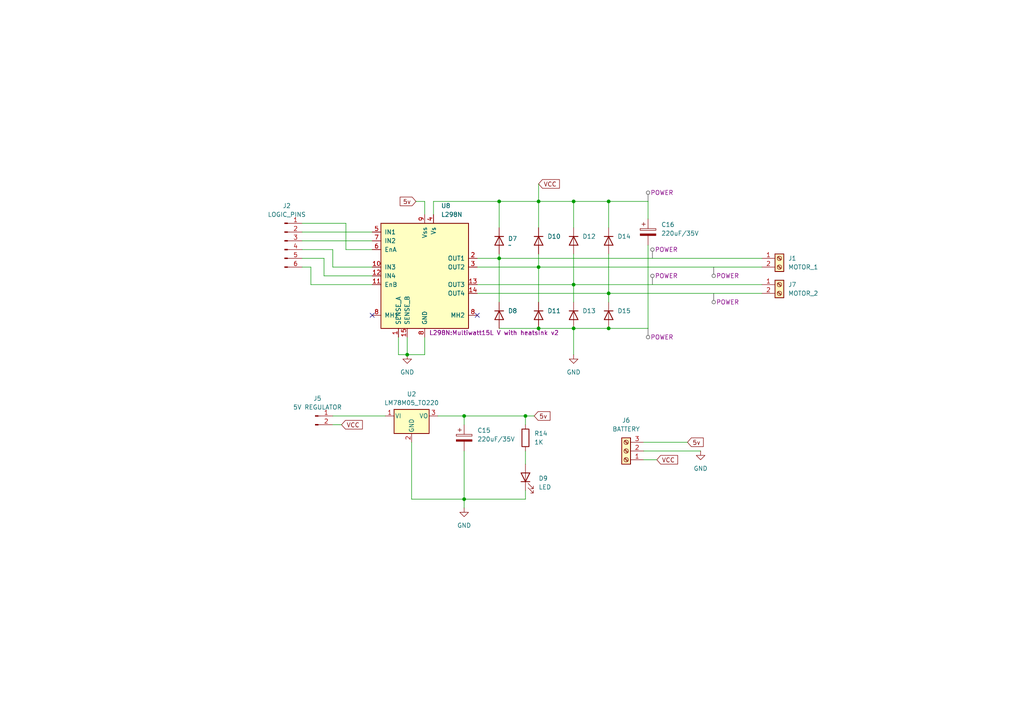
<source format=kicad_sch>
(kicad_sch
	(version 20250114)
	(generator "eeschema")
	(generator_version "9.0")
	(uuid "7e0e94c0-b15f-440d-ba69-d9e332a5515d")
	(paper "A4")
	(lib_symbols
		(symbol "Connector:Conn_01x02_Pin"
			(pin_names
				(offset 1.016)
				(hide yes)
			)
			(exclude_from_sim no)
			(in_bom yes)
			(on_board yes)
			(property "Reference" "J"
				(at 0 2.54 0)
				(effects
					(font
						(size 1.27 1.27)
					)
				)
			)
			(property "Value" "Conn_01x02_Pin"
				(at 0 -5.08 0)
				(effects
					(font
						(size 1.27 1.27)
					)
				)
			)
			(property "Footprint" ""
				(at 0 0 0)
				(effects
					(font
						(size 1.27 1.27)
					)
					(hide yes)
				)
			)
			(property "Datasheet" "~"
				(at 0 0 0)
				(effects
					(font
						(size 1.27 1.27)
					)
					(hide yes)
				)
			)
			(property "Description" "Generic connector, single row, 01x02, script generated"
				(at 0 0 0)
				(effects
					(font
						(size 1.27 1.27)
					)
					(hide yes)
				)
			)
			(property "ki_locked" ""
				(at 0 0 0)
				(effects
					(font
						(size 1.27 1.27)
					)
				)
			)
			(property "ki_keywords" "connector"
				(at 0 0 0)
				(effects
					(font
						(size 1.27 1.27)
					)
					(hide yes)
				)
			)
			(property "ki_fp_filters" "Connector*:*_1x??_*"
				(at 0 0 0)
				(effects
					(font
						(size 1.27 1.27)
					)
					(hide yes)
				)
			)
			(symbol "Conn_01x02_Pin_1_1"
				(rectangle
					(start 0.8636 0.127)
					(end 0 -0.127)
					(stroke
						(width 0.1524)
						(type default)
					)
					(fill
						(type outline)
					)
				)
				(rectangle
					(start 0.8636 -2.413)
					(end 0 -2.667)
					(stroke
						(width 0.1524)
						(type default)
					)
					(fill
						(type outline)
					)
				)
				(polyline
					(pts
						(xy 1.27 0) (xy 0.8636 0)
					)
					(stroke
						(width 0.1524)
						(type default)
					)
					(fill
						(type none)
					)
				)
				(polyline
					(pts
						(xy 1.27 -2.54) (xy 0.8636 -2.54)
					)
					(stroke
						(width 0.1524)
						(type default)
					)
					(fill
						(type none)
					)
				)
				(pin passive line
					(at 5.08 0 180)
					(length 3.81)
					(name "Pin_1"
						(effects
							(font
								(size 1.27 1.27)
							)
						)
					)
					(number "1"
						(effects
							(font
								(size 1.27 1.27)
							)
						)
					)
				)
				(pin passive line
					(at 5.08 -2.54 180)
					(length 3.81)
					(name "Pin_2"
						(effects
							(font
								(size 1.27 1.27)
							)
						)
					)
					(number "2"
						(effects
							(font
								(size 1.27 1.27)
							)
						)
					)
				)
			)
			(embedded_fonts no)
		)
		(symbol "Connector:Conn_01x06_Pin"
			(pin_names
				(offset 1.016)
				(hide yes)
			)
			(exclude_from_sim no)
			(in_bom yes)
			(on_board yes)
			(property "Reference" "J"
				(at 0 7.62 0)
				(effects
					(font
						(size 1.27 1.27)
					)
				)
			)
			(property "Value" "Conn_01x06_Pin"
				(at 0 -10.16 0)
				(effects
					(font
						(size 1.27 1.27)
					)
				)
			)
			(property "Footprint" ""
				(at 0 0 0)
				(effects
					(font
						(size 1.27 1.27)
					)
					(hide yes)
				)
			)
			(property "Datasheet" "~"
				(at 0 0 0)
				(effects
					(font
						(size 1.27 1.27)
					)
					(hide yes)
				)
			)
			(property "Description" "Generic connector, single row, 01x06, script generated"
				(at 0 0 0)
				(effects
					(font
						(size 1.27 1.27)
					)
					(hide yes)
				)
			)
			(property "ki_locked" ""
				(at 0 0 0)
				(effects
					(font
						(size 1.27 1.27)
					)
				)
			)
			(property "ki_keywords" "connector"
				(at 0 0 0)
				(effects
					(font
						(size 1.27 1.27)
					)
					(hide yes)
				)
			)
			(property "ki_fp_filters" "Connector*:*_1x??_*"
				(at 0 0 0)
				(effects
					(font
						(size 1.27 1.27)
					)
					(hide yes)
				)
			)
			(symbol "Conn_01x06_Pin_1_1"
				(rectangle
					(start 0.8636 5.207)
					(end 0 4.953)
					(stroke
						(width 0.1524)
						(type default)
					)
					(fill
						(type outline)
					)
				)
				(rectangle
					(start 0.8636 2.667)
					(end 0 2.413)
					(stroke
						(width 0.1524)
						(type default)
					)
					(fill
						(type outline)
					)
				)
				(rectangle
					(start 0.8636 0.127)
					(end 0 -0.127)
					(stroke
						(width 0.1524)
						(type default)
					)
					(fill
						(type outline)
					)
				)
				(rectangle
					(start 0.8636 -2.413)
					(end 0 -2.667)
					(stroke
						(width 0.1524)
						(type default)
					)
					(fill
						(type outline)
					)
				)
				(rectangle
					(start 0.8636 -4.953)
					(end 0 -5.207)
					(stroke
						(width 0.1524)
						(type default)
					)
					(fill
						(type outline)
					)
				)
				(rectangle
					(start 0.8636 -7.493)
					(end 0 -7.747)
					(stroke
						(width 0.1524)
						(type default)
					)
					(fill
						(type outline)
					)
				)
				(polyline
					(pts
						(xy 1.27 5.08) (xy 0.8636 5.08)
					)
					(stroke
						(width 0.1524)
						(type default)
					)
					(fill
						(type none)
					)
				)
				(polyline
					(pts
						(xy 1.27 2.54) (xy 0.8636 2.54)
					)
					(stroke
						(width 0.1524)
						(type default)
					)
					(fill
						(type none)
					)
				)
				(polyline
					(pts
						(xy 1.27 0) (xy 0.8636 0)
					)
					(stroke
						(width 0.1524)
						(type default)
					)
					(fill
						(type none)
					)
				)
				(polyline
					(pts
						(xy 1.27 -2.54) (xy 0.8636 -2.54)
					)
					(stroke
						(width 0.1524)
						(type default)
					)
					(fill
						(type none)
					)
				)
				(polyline
					(pts
						(xy 1.27 -5.08) (xy 0.8636 -5.08)
					)
					(stroke
						(width 0.1524)
						(type default)
					)
					(fill
						(type none)
					)
				)
				(polyline
					(pts
						(xy 1.27 -7.62) (xy 0.8636 -7.62)
					)
					(stroke
						(width 0.1524)
						(type default)
					)
					(fill
						(type none)
					)
				)
				(pin passive line
					(at 5.08 5.08 180)
					(length 3.81)
					(name "Pin_1"
						(effects
							(font
								(size 1.27 1.27)
							)
						)
					)
					(number "1"
						(effects
							(font
								(size 1.27 1.27)
							)
						)
					)
				)
				(pin passive line
					(at 5.08 2.54 180)
					(length 3.81)
					(name "Pin_2"
						(effects
							(font
								(size 1.27 1.27)
							)
						)
					)
					(number "2"
						(effects
							(font
								(size 1.27 1.27)
							)
						)
					)
				)
				(pin passive line
					(at 5.08 0 180)
					(length 3.81)
					(name "Pin_3"
						(effects
							(font
								(size 1.27 1.27)
							)
						)
					)
					(number "3"
						(effects
							(font
								(size 1.27 1.27)
							)
						)
					)
				)
				(pin passive line
					(at 5.08 -2.54 180)
					(length 3.81)
					(name "Pin_4"
						(effects
							(font
								(size 1.27 1.27)
							)
						)
					)
					(number "4"
						(effects
							(font
								(size 1.27 1.27)
							)
						)
					)
				)
				(pin passive line
					(at 5.08 -5.08 180)
					(length 3.81)
					(name "Pin_5"
						(effects
							(font
								(size 1.27 1.27)
							)
						)
					)
					(number "5"
						(effects
							(font
								(size 1.27 1.27)
							)
						)
					)
				)
				(pin passive line
					(at 5.08 -7.62 180)
					(length 3.81)
					(name "Pin_6"
						(effects
							(font
								(size 1.27 1.27)
							)
						)
					)
					(number "6"
						(effects
							(font
								(size 1.27 1.27)
							)
						)
					)
				)
			)
			(embedded_fonts no)
		)
		(symbol "Connector:Screw_Terminal_01x02"
			(pin_names
				(offset 1.016)
				(hide yes)
			)
			(exclude_from_sim no)
			(in_bom yes)
			(on_board yes)
			(property "Reference" "J"
				(at 0 2.54 0)
				(effects
					(font
						(size 1.27 1.27)
					)
				)
			)
			(property "Value" "Screw_Terminal_01x02"
				(at 0 -5.08 0)
				(effects
					(font
						(size 1.27 1.27)
					)
				)
			)
			(property "Footprint" ""
				(at 0 0 0)
				(effects
					(font
						(size 1.27 1.27)
					)
					(hide yes)
				)
			)
			(property "Datasheet" "~"
				(at 0 0 0)
				(effects
					(font
						(size 1.27 1.27)
					)
					(hide yes)
				)
			)
			(property "Description" "Generic screw terminal, single row, 01x02, script generated (kicad-library-utils/schlib/autogen/connector/)"
				(at 0 0 0)
				(effects
					(font
						(size 1.27 1.27)
					)
					(hide yes)
				)
			)
			(property "ki_keywords" "screw terminal"
				(at 0 0 0)
				(effects
					(font
						(size 1.27 1.27)
					)
					(hide yes)
				)
			)
			(property "ki_fp_filters" "TerminalBlock*:*"
				(at 0 0 0)
				(effects
					(font
						(size 1.27 1.27)
					)
					(hide yes)
				)
			)
			(symbol "Screw_Terminal_01x02_1_1"
				(rectangle
					(start -1.27 1.27)
					(end 1.27 -3.81)
					(stroke
						(width 0.254)
						(type default)
					)
					(fill
						(type background)
					)
				)
				(polyline
					(pts
						(xy -0.5334 0.3302) (xy 0.3302 -0.508)
					)
					(stroke
						(width 0.1524)
						(type default)
					)
					(fill
						(type none)
					)
				)
				(polyline
					(pts
						(xy -0.5334 -2.2098) (xy 0.3302 -3.048)
					)
					(stroke
						(width 0.1524)
						(type default)
					)
					(fill
						(type none)
					)
				)
				(polyline
					(pts
						(xy -0.3556 0.508) (xy 0.508 -0.3302)
					)
					(stroke
						(width 0.1524)
						(type default)
					)
					(fill
						(type none)
					)
				)
				(polyline
					(pts
						(xy -0.3556 -2.032) (xy 0.508 -2.8702)
					)
					(stroke
						(width 0.1524)
						(type default)
					)
					(fill
						(type none)
					)
				)
				(circle
					(center 0 0)
					(radius 0.635)
					(stroke
						(width 0.1524)
						(type default)
					)
					(fill
						(type none)
					)
				)
				(circle
					(center 0 -2.54)
					(radius 0.635)
					(stroke
						(width 0.1524)
						(type default)
					)
					(fill
						(type none)
					)
				)
				(pin passive line
					(at -5.08 0 0)
					(length 3.81)
					(name "Pin_1"
						(effects
							(font
								(size 1.27 1.27)
							)
						)
					)
					(number "1"
						(effects
							(font
								(size 1.27 1.27)
							)
						)
					)
				)
				(pin passive line
					(at -5.08 -2.54 0)
					(length 3.81)
					(name "Pin_2"
						(effects
							(font
								(size 1.27 1.27)
							)
						)
					)
					(number "2"
						(effects
							(font
								(size 1.27 1.27)
							)
						)
					)
				)
			)
			(embedded_fonts no)
		)
		(symbol "Connector:Screw_Terminal_01x03"
			(pin_names
				(offset 1.016)
				(hide yes)
			)
			(exclude_from_sim no)
			(in_bom yes)
			(on_board yes)
			(property "Reference" "J"
				(at 0 5.08 0)
				(effects
					(font
						(size 1.27 1.27)
					)
				)
			)
			(property "Value" "Screw_Terminal_01x03"
				(at 0 -5.08 0)
				(effects
					(font
						(size 1.27 1.27)
					)
				)
			)
			(property "Footprint" ""
				(at 0 0 0)
				(effects
					(font
						(size 1.27 1.27)
					)
					(hide yes)
				)
			)
			(property "Datasheet" "~"
				(at 0 0 0)
				(effects
					(font
						(size 1.27 1.27)
					)
					(hide yes)
				)
			)
			(property "Description" "Generic screw terminal, single row, 01x03, script generated (kicad-library-utils/schlib/autogen/connector/)"
				(at 0 0 0)
				(effects
					(font
						(size 1.27 1.27)
					)
					(hide yes)
				)
			)
			(property "ki_keywords" "screw terminal"
				(at 0 0 0)
				(effects
					(font
						(size 1.27 1.27)
					)
					(hide yes)
				)
			)
			(property "ki_fp_filters" "TerminalBlock*:*"
				(at 0 0 0)
				(effects
					(font
						(size 1.27 1.27)
					)
					(hide yes)
				)
			)
			(symbol "Screw_Terminal_01x03_1_1"
				(rectangle
					(start -1.27 3.81)
					(end 1.27 -3.81)
					(stroke
						(width 0.254)
						(type default)
					)
					(fill
						(type background)
					)
				)
				(polyline
					(pts
						(xy -0.5334 2.8702) (xy 0.3302 2.032)
					)
					(stroke
						(width 0.1524)
						(type default)
					)
					(fill
						(type none)
					)
				)
				(polyline
					(pts
						(xy -0.5334 0.3302) (xy 0.3302 -0.508)
					)
					(stroke
						(width 0.1524)
						(type default)
					)
					(fill
						(type none)
					)
				)
				(polyline
					(pts
						(xy -0.5334 -2.2098) (xy 0.3302 -3.048)
					)
					(stroke
						(width 0.1524)
						(type default)
					)
					(fill
						(type none)
					)
				)
				(polyline
					(pts
						(xy -0.3556 3.048) (xy 0.508 2.2098)
					)
					(stroke
						(width 0.1524)
						(type default)
					)
					(fill
						(type none)
					)
				)
				(polyline
					(pts
						(xy -0.3556 0.508) (xy 0.508 -0.3302)
					)
					(stroke
						(width 0.1524)
						(type default)
					)
					(fill
						(type none)
					)
				)
				(polyline
					(pts
						(xy -0.3556 -2.032) (xy 0.508 -2.8702)
					)
					(stroke
						(width 0.1524)
						(type default)
					)
					(fill
						(type none)
					)
				)
				(circle
					(center 0 2.54)
					(radius 0.635)
					(stroke
						(width 0.1524)
						(type default)
					)
					(fill
						(type none)
					)
				)
				(circle
					(center 0 0)
					(radius 0.635)
					(stroke
						(width 0.1524)
						(type default)
					)
					(fill
						(type none)
					)
				)
				(circle
					(center 0 -2.54)
					(radius 0.635)
					(stroke
						(width 0.1524)
						(type default)
					)
					(fill
						(type none)
					)
				)
				(pin passive line
					(at -5.08 2.54 0)
					(length 3.81)
					(name "Pin_1"
						(effects
							(font
								(size 1.27 1.27)
							)
						)
					)
					(number "1"
						(effects
							(font
								(size 1.27 1.27)
							)
						)
					)
				)
				(pin passive line
					(at -5.08 0 0)
					(length 3.81)
					(name "Pin_2"
						(effects
							(font
								(size 1.27 1.27)
							)
						)
					)
					(number "2"
						(effects
							(font
								(size 1.27 1.27)
							)
						)
					)
				)
				(pin passive line
					(at -5.08 -2.54 0)
					(length 3.81)
					(name "Pin_3"
						(effects
							(font
								(size 1.27 1.27)
							)
						)
					)
					(number "3"
						(effects
							(font
								(size 1.27 1.27)
							)
						)
					)
				)
			)
			(embedded_fonts no)
		)
		(symbol "Device:C_Polarized"
			(pin_numbers
				(hide yes)
			)
			(pin_names
				(offset 0.254)
			)
			(exclude_from_sim no)
			(in_bom yes)
			(on_board yes)
			(property "Reference" "C"
				(at 0.635 2.54 0)
				(effects
					(font
						(size 1.27 1.27)
					)
					(justify left)
				)
			)
			(property "Value" "C_Polarized"
				(at 0.635 -2.54 0)
				(effects
					(font
						(size 1.27 1.27)
					)
					(justify left)
				)
			)
			(property "Footprint" ""
				(at 0.9652 -3.81 0)
				(effects
					(font
						(size 1.27 1.27)
					)
					(hide yes)
				)
			)
			(property "Datasheet" "~"
				(at 0 0 0)
				(effects
					(font
						(size 1.27 1.27)
					)
					(hide yes)
				)
			)
			(property "Description" "Polarized capacitor"
				(at 0 0 0)
				(effects
					(font
						(size 1.27 1.27)
					)
					(hide yes)
				)
			)
			(property "ki_keywords" "cap capacitor"
				(at 0 0 0)
				(effects
					(font
						(size 1.27 1.27)
					)
					(hide yes)
				)
			)
			(property "ki_fp_filters" "CP_*"
				(at 0 0 0)
				(effects
					(font
						(size 1.27 1.27)
					)
					(hide yes)
				)
			)
			(symbol "C_Polarized_0_1"
				(rectangle
					(start -2.286 0.508)
					(end 2.286 1.016)
					(stroke
						(width 0)
						(type default)
					)
					(fill
						(type none)
					)
				)
				(polyline
					(pts
						(xy -1.778 2.286) (xy -0.762 2.286)
					)
					(stroke
						(width 0)
						(type default)
					)
					(fill
						(type none)
					)
				)
				(polyline
					(pts
						(xy -1.27 2.794) (xy -1.27 1.778)
					)
					(stroke
						(width 0)
						(type default)
					)
					(fill
						(type none)
					)
				)
				(rectangle
					(start 2.286 -0.508)
					(end -2.286 -1.016)
					(stroke
						(width 0)
						(type default)
					)
					(fill
						(type outline)
					)
				)
			)
			(symbol "C_Polarized_1_1"
				(pin passive line
					(at 0 3.81 270)
					(length 2.794)
					(name "~"
						(effects
							(font
								(size 1.27 1.27)
							)
						)
					)
					(number "1"
						(effects
							(font
								(size 1.27 1.27)
							)
						)
					)
				)
				(pin passive line
					(at 0 -3.81 90)
					(length 2.794)
					(name "~"
						(effects
							(font
								(size 1.27 1.27)
							)
						)
					)
					(number "2"
						(effects
							(font
								(size 1.27 1.27)
							)
						)
					)
				)
			)
			(embedded_fonts no)
		)
		(symbol "Device:LED"
			(pin_numbers
				(hide yes)
			)
			(pin_names
				(offset 1.016)
				(hide yes)
			)
			(exclude_from_sim no)
			(in_bom yes)
			(on_board yes)
			(property "Reference" "D"
				(at 0 2.54 0)
				(effects
					(font
						(size 1.27 1.27)
					)
				)
			)
			(property "Value" "LED"
				(at 0 -2.54 0)
				(effects
					(font
						(size 1.27 1.27)
					)
				)
			)
			(property "Footprint" ""
				(at 0 0 0)
				(effects
					(font
						(size 1.27 1.27)
					)
					(hide yes)
				)
			)
			(property "Datasheet" "~"
				(at 0 0 0)
				(effects
					(font
						(size 1.27 1.27)
					)
					(hide yes)
				)
			)
			(property "Description" "Light emitting diode"
				(at 0 0 0)
				(effects
					(font
						(size 1.27 1.27)
					)
					(hide yes)
				)
			)
			(property "Sim.Pins" "1=K 2=A"
				(at 0 0 0)
				(effects
					(font
						(size 1.27 1.27)
					)
					(hide yes)
				)
			)
			(property "ki_keywords" "LED diode"
				(at 0 0 0)
				(effects
					(font
						(size 1.27 1.27)
					)
					(hide yes)
				)
			)
			(property "ki_fp_filters" "LED* LED_SMD:* LED_THT:*"
				(at 0 0 0)
				(effects
					(font
						(size 1.27 1.27)
					)
					(hide yes)
				)
			)
			(symbol "LED_0_1"
				(polyline
					(pts
						(xy -3.048 -0.762) (xy -4.572 -2.286) (xy -3.81 -2.286) (xy -4.572 -2.286) (xy -4.572 -1.524)
					)
					(stroke
						(width 0)
						(type default)
					)
					(fill
						(type none)
					)
				)
				(polyline
					(pts
						(xy -1.778 -0.762) (xy -3.302 -2.286) (xy -2.54 -2.286) (xy -3.302 -2.286) (xy -3.302 -1.524)
					)
					(stroke
						(width 0)
						(type default)
					)
					(fill
						(type none)
					)
				)
				(polyline
					(pts
						(xy -1.27 0) (xy 1.27 0)
					)
					(stroke
						(width 0)
						(type default)
					)
					(fill
						(type none)
					)
				)
				(polyline
					(pts
						(xy -1.27 -1.27) (xy -1.27 1.27)
					)
					(stroke
						(width 0.254)
						(type default)
					)
					(fill
						(type none)
					)
				)
				(polyline
					(pts
						(xy 1.27 -1.27) (xy 1.27 1.27) (xy -1.27 0) (xy 1.27 -1.27)
					)
					(stroke
						(width 0.254)
						(type default)
					)
					(fill
						(type none)
					)
				)
			)
			(symbol "LED_1_1"
				(pin passive line
					(at -3.81 0 0)
					(length 2.54)
					(name "K"
						(effects
							(font
								(size 1.27 1.27)
							)
						)
					)
					(number "1"
						(effects
							(font
								(size 1.27 1.27)
							)
						)
					)
				)
				(pin passive line
					(at 3.81 0 180)
					(length 2.54)
					(name "A"
						(effects
							(font
								(size 1.27 1.27)
							)
						)
					)
					(number "2"
						(effects
							(font
								(size 1.27 1.27)
							)
						)
					)
				)
			)
			(embedded_fonts no)
		)
		(symbol "Device:R"
			(pin_numbers
				(hide yes)
			)
			(pin_names
				(offset 0)
			)
			(exclude_from_sim no)
			(in_bom yes)
			(on_board yes)
			(property "Reference" "R"
				(at 2.032 0 90)
				(effects
					(font
						(size 1.27 1.27)
					)
				)
			)
			(property "Value" "R"
				(at 0 0 90)
				(effects
					(font
						(size 1.27 1.27)
					)
				)
			)
			(property "Footprint" ""
				(at -1.778 0 90)
				(effects
					(font
						(size 1.27 1.27)
					)
					(hide yes)
				)
			)
			(property "Datasheet" "~"
				(at 0 0 0)
				(effects
					(font
						(size 1.27 1.27)
					)
					(hide yes)
				)
			)
			(property "Description" "Resistor"
				(at 0 0 0)
				(effects
					(font
						(size 1.27 1.27)
					)
					(hide yes)
				)
			)
			(property "ki_keywords" "R res resistor"
				(at 0 0 0)
				(effects
					(font
						(size 1.27 1.27)
					)
					(hide yes)
				)
			)
			(property "ki_fp_filters" "R_*"
				(at 0 0 0)
				(effects
					(font
						(size 1.27 1.27)
					)
					(hide yes)
				)
			)
			(symbol "R_0_1"
				(rectangle
					(start -1.016 -2.54)
					(end 1.016 2.54)
					(stroke
						(width 0.254)
						(type default)
					)
					(fill
						(type none)
					)
				)
			)
			(symbol "R_1_1"
				(pin passive line
					(at 0 3.81 270)
					(length 1.27)
					(name "~"
						(effects
							(font
								(size 1.27 1.27)
							)
						)
					)
					(number "1"
						(effects
							(font
								(size 1.27 1.27)
							)
						)
					)
				)
				(pin passive line
					(at 0 -3.81 90)
					(length 1.27)
					(name "~"
						(effects
							(font
								(size 1.27 1.27)
							)
						)
					)
					(number "2"
						(effects
							(font
								(size 1.27 1.27)
							)
						)
					)
				)
			)
			(embedded_fonts no)
		)
		(symbol "Diode:1N4148WT"
			(pin_numbers
				(hide yes)
			)
			(pin_names
				(hide yes)
			)
			(exclude_from_sim no)
			(in_bom yes)
			(on_board yes)
			(property "Reference" "D"
				(at 0 2.54 0)
				(effects
					(font
						(size 1.27 1.27)
					)
				)
			)
			(property "Value" "1N4148WT"
				(at 0 -2.54 0)
				(effects
					(font
						(size 1.27 1.27)
					)
				)
			)
			(property "Footprint" "Diode_SMD:D_SOD-523"
				(at 0 -4.445 0)
				(effects
					(font
						(size 1.27 1.27)
					)
					(hide yes)
				)
			)
			(property "Datasheet" "https://www.diodes.com/assets/Datasheets/ds30396.pdf"
				(at 0 0 0)
				(effects
					(font
						(size 1.27 1.27)
					)
					(hide yes)
				)
			)
			(property "Description" "75V 0.15A Fast switching Diode, SOD-523"
				(at 0 0 0)
				(effects
					(font
						(size 1.27 1.27)
					)
					(hide yes)
				)
			)
			(property "Sim.Device" "D"
				(at 0 0 0)
				(effects
					(font
						(size 1.27 1.27)
					)
					(hide yes)
				)
			)
			(property "Sim.Pins" "1=K 2=A"
				(at 0 0 0)
				(effects
					(font
						(size 1.27 1.27)
					)
					(hide yes)
				)
			)
			(property "ki_keywords" "diode"
				(at 0 0 0)
				(effects
					(font
						(size 1.27 1.27)
					)
					(hide yes)
				)
			)
			(property "ki_fp_filters" "D*SOD?523*"
				(at 0 0 0)
				(effects
					(font
						(size 1.27 1.27)
					)
					(hide yes)
				)
			)
			(symbol "1N4148WT_0_1"
				(polyline
					(pts
						(xy -1.27 1.27) (xy -1.27 -1.27)
					)
					(stroke
						(width 0.254)
						(type default)
					)
					(fill
						(type none)
					)
				)
				(polyline
					(pts
						(xy 1.27 1.27) (xy 1.27 -1.27) (xy -1.27 0) (xy 1.27 1.27)
					)
					(stroke
						(width 0.254)
						(type default)
					)
					(fill
						(type none)
					)
				)
				(polyline
					(pts
						(xy 1.27 0) (xy -1.27 0)
					)
					(stroke
						(width 0)
						(type default)
					)
					(fill
						(type none)
					)
				)
			)
			(symbol "1N4148WT_1_1"
				(pin passive line
					(at -3.81 0 0)
					(length 2.54)
					(name "K"
						(effects
							(font
								(size 1.27 1.27)
							)
						)
					)
					(number "1"
						(effects
							(font
								(size 1.27 1.27)
							)
						)
					)
				)
				(pin passive line
					(at 3.81 0 180)
					(length 2.54)
					(name "A"
						(effects
							(font
								(size 1.27 1.27)
							)
						)
					)
					(number "2"
						(effects
							(font
								(size 1.27 1.27)
							)
						)
					)
				)
			)
			(embedded_fonts no)
		)
		(symbol "Driver_Motor:L298N"
			(pin_names
				(offset 1.016)
			)
			(exclude_from_sim no)
			(in_bom yes)
			(on_board yes)
			(property "Reference" "U5"
				(at 4.7341 20.32 0)
				(effects
					(font
						(size 1.27 1.27)
					)
					(justify left)
				)
			)
			(property "Value" "L298N"
				(at 4.7341 17.78 0)
				(effects
					(font
						(size 1.27 1.27)
					)
					(justify left)
				)
			)
			(property "Footprint" "HEATSINK:Multiwatt15L V with heatsink v2 (1)"
				(at 1.27 -16.51 0)
				(effects
					(font
						(size 1.27 1.27)
					)
					(justify left)
					(hide yes)
				)
			)
			(property "Datasheet" "http://www.st.com/st-web-ui/static/active/en/resource/technical/document/datasheet/CD00000240.pdf"
				(at 3.81 6.35 0)
				(effects
					(font
						(size 1.27 1.27)
					)
					(hide yes)
				)
			)
			(property "Description" "Dual full bridge motor driver, up to 46V, 4A, Multiwatt15-V"
				(at 0 0 0)
				(effects
					(font
						(size 1.27 1.27)
					)
					(hide yes)
				)
			)
			(property "ki_keywords" "H-bridge motor driver"
				(at 0 0 0)
				(effects
					(font
						(size 1.27 1.27)
					)
					(hide yes)
				)
			)
			(property "ki_fp_filters" "TO?220*StaggerOdd*Vertical*"
				(at 0 0 0)
				(effects
					(font
						(size 1.27 1.27)
					)
					(hide yes)
				)
			)
			(symbol "L298N_0_1"
				(rectangle
					(start -12.7 15.24)
					(end 12.7 -15.24)
					(stroke
						(width 0.254)
						(type default)
					)
					(fill
						(type background)
					)
				)
			)
			(symbol "L298N_1_1"
				(pin input line
					(at -15.24 12.7 0)
					(length 2.54)
					(name "IN1"
						(effects
							(font
								(size 1.27 1.27)
							)
						)
					)
					(number "5"
						(effects
							(font
								(size 1.27 1.27)
							)
						)
					)
				)
				(pin input line
					(at -15.24 10.16 0)
					(length 2.54)
					(name "IN2"
						(effects
							(font
								(size 1.27 1.27)
							)
						)
					)
					(number "7"
						(effects
							(font
								(size 1.27 1.27)
							)
						)
					)
				)
				(pin input line
					(at -15.24 7.62 0)
					(length 2.54)
					(name "EnA"
						(effects
							(font
								(size 1.27 1.27)
							)
						)
					)
					(number "6"
						(effects
							(font
								(size 1.27 1.27)
							)
						)
					)
				)
				(pin input line
					(at -15.24 2.54 0)
					(length 2.54)
					(name "IN3"
						(effects
							(font
								(size 1.27 1.27)
							)
						)
					)
					(number "10"
						(effects
							(font
								(size 1.27 1.27)
							)
						)
					)
				)
				(pin input line
					(at -15.24 0 0)
					(length 2.54)
					(name "IN4"
						(effects
							(font
								(size 1.27 1.27)
							)
						)
					)
					(number "12"
						(effects
							(font
								(size 1.27 1.27)
							)
						)
					)
				)
				(pin input line
					(at -15.24 -2.54 0)
					(length 2.54)
					(name "EnB"
						(effects
							(font
								(size 1.27 1.27)
							)
						)
					)
					(number "11"
						(effects
							(font
								(size 1.27 1.27)
							)
						)
					)
				)
				(pin power_in line
					(at -15.24 -11.43 0)
					(length 2.54)
					(name "MH1"
						(effects
							(font
								(size 1.27 1.27)
							)
						)
					)
					(number "8"
						(effects
							(font
								(size 1.27 1.27)
							)
						)
					)
				)
				(pin power_in line
					(at -7.62 -17.78 90)
					(length 2.54)
					(name "SENSE_A"
						(effects
							(font
								(size 1.27 1.27)
							)
						)
					)
					(number "1"
						(effects
							(font
								(size 1.27 1.27)
							)
						)
					)
				)
				(pin power_in line
					(at -5.08 -17.78 90)
					(length 2.54)
					(name "SENSE_B"
						(effects
							(font
								(size 1.27 1.27)
							)
						)
					)
					(number "15"
						(effects
							(font
								(size 1.27 1.27)
							)
						)
					)
				)
				(pin power_in line
					(at 0 17.78 270)
					(length 2.54)
					(name "Vss"
						(effects
							(font
								(size 1.27 1.27)
							)
						)
					)
					(number "9"
						(effects
							(font
								(size 1.27 1.27)
							)
						)
					)
				)
				(pin power_in line
					(at 0 -17.78 90)
					(length 2.54)
					(name "GND"
						(effects
							(font
								(size 1.27 1.27)
							)
						)
					)
					(number "8"
						(effects
							(font
								(size 1.27 1.27)
							)
						)
					)
				)
				(pin power_in line
					(at 2.54 17.78 270)
					(length 2.54)
					(name "Vs"
						(effects
							(font
								(size 1.27 1.27)
							)
						)
					)
					(number "4"
						(effects
							(font
								(size 1.27 1.27)
							)
						)
					)
				)
				(pin output line
					(at 15.24 5.08 180)
					(length 2.54)
					(name "OUT1"
						(effects
							(font
								(size 1.27 1.27)
							)
						)
					)
					(number "2"
						(effects
							(font
								(size 1.27 1.27)
							)
						)
					)
				)
				(pin output line
					(at 15.24 2.54 180)
					(length 2.54)
					(name "OUT2"
						(effects
							(font
								(size 1.27 1.27)
							)
						)
					)
					(number "3"
						(effects
							(font
								(size 1.27 1.27)
							)
						)
					)
				)
				(pin output line
					(at 15.24 -2.54 180)
					(length 2.54)
					(name "OUT3"
						(effects
							(font
								(size 1.27 1.27)
							)
						)
					)
					(number "13"
						(effects
							(font
								(size 1.27 1.27)
							)
						)
					)
				)
				(pin output line
					(at 15.24 -5.08 180)
					(length 2.54)
					(name "OUT4"
						(effects
							(font
								(size 1.27 1.27)
							)
						)
					)
					(number "14"
						(effects
							(font
								(size 1.27 1.27)
							)
						)
					)
				)
				(pin power_in line
					(at 15.24 -11.43 180)
					(length 2.54)
					(name "MH2"
						(effects
							(font
								(size 1.27 1.27)
							)
						)
					)
					(number "8"
						(effects
							(font
								(size 1.27 1.27)
							)
						)
					)
				)
			)
			(embedded_fonts no)
		)
		(symbol "Regulator_Linear:LM78M05_TO220"
			(pin_names
				(offset 0.254)
			)
			(exclude_from_sim no)
			(in_bom yes)
			(on_board yes)
			(property "Reference" "U"
				(at -3.81 3.175 0)
				(effects
					(font
						(size 1.27 1.27)
					)
				)
			)
			(property "Value" "LM78M05_TO220"
				(at 0 3.175 0)
				(effects
					(font
						(size 1.27 1.27)
					)
					(justify left)
				)
			)
			(property "Footprint" "Package_TO_SOT_THT:TO-220-3_Vertical"
				(at 0 5.715 0)
				(effects
					(font
						(size 1.27 1.27)
						(italic yes)
					)
					(hide yes)
				)
			)
			(property "Datasheet" "https://www.onsemi.com/pub/Collateral/MC78M00-D.PDF"
				(at 0 -1.27 0)
				(effects
					(font
						(size 1.27 1.27)
					)
					(hide yes)
				)
			)
			(property "Description" "Positive 500mA 35V Linear Regulator, Fixed Output 5V, TO-220"
				(at 0 0 0)
				(effects
					(font
						(size 1.27 1.27)
					)
					(hide yes)
				)
			)
			(property "ki_keywords" "Voltage Regulator 500mA Positive"
				(at 0 0 0)
				(effects
					(font
						(size 1.27 1.27)
					)
					(hide yes)
				)
			)
			(property "ki_fp_filters" "TO?220*"
				(at 0 0 0)
				(effects
					(font
						(size 1.27 1.27)
					)
					(hide yes)
				)
			)
			(symbol "LM78M05_TO220_0_1"
				(rectangle
					(start -5.08 1.905)
					(end 5.08 -5.08)
					(stroke
						(width 0.254)
						(type default)
					)
					(fill
						(type background)
					)
				)
			)
			(symbol "LM78M05_TO220_1_1"
				(pin power_in line
					(at -7.62 0 0)
					(length 2.54)
					(name "VI"
						(effects
							(font
								(size 1.27 1.27)
							)
						)
					)
					(number "1"
						(effects
							(font
								(size 1.27 1.27)
							)
						)
					)
				)
				(pin power_in line
					(at 0 -7.62 90)
					(length 2.54)
					(name "GND"
						(effects
							(font
								(size 1.27 1.27)
							)
						)
					)
					(number "2"
						(effects
							(font
								(size 1.27 1.27)
							)
						)
					)
				)
				(pin power_out line
					(at 7.62 0 180)
					(length 2.54)
					(name "VO"
						(effects
							(font
								(size 1.27 1.27)
							)
						)
					)
					(number "3"
						(effects
							(font
								(size 1.27 1.27)
							)
						)
					)
				)
			)
			(embedded_fonts no)
		)
		(symbol "power:GND"
			(power)
			(pin_numbers
				(hide yes)
			)
			(pin_names
				(offset 0)
				(hide yes)
			)
			(exclude_from_sim no)
			(in_bom yes)
			(on_board yes)
			(property "Reference" "#PWR"
				(at 0 -6.35 0)
				(effects
					(font
						(size 1.27 1.27)
					)
					(hide yes)
				)
			)
			(property "Value" "GND"
				(at 0 -3.81 0)
				(effects
					(font
						(size 1.27 1.27)
					)
				)
			)
			(property "Footprint" ""
				(at 0 0 0)
				(effects
					(font
						(size 1.27 1.27)
					)
					(hide yes)
				)
			)
			(property "Datasheet" ""
				(at 0 0 0)
				(effects
					(font
						(size 1.27 1.27)
					)
					(hide yes)
				)
			)
			(property "Description" "Power symbol creates a global label with name \"GND\" , ground"
				(at 0 0 0)
				(effects
					(font
						(size 1.27 1.27)
					)
					(hide yes)
				)
			)
			(property "ki_keywords" "global power"
				(at 0 0 0)
				(effects
					(font
						(size 1.27 1.27)
					)
					(hide yes)
				)
			)
			(symbol "GND_0_1"
				(polyline
					(pts
						(xy 0 0) (xy 0 -1.27) (xy 1.27 -1.27) (xy 0 -2.54) (xy -1.27 -1.27) (xy 0 -1.27)
					)
					(stroke
						(width 0)
						(type default)
					)
					(fill
						(type none)
					)
				)
			)
			(symbol "GND_1_1"
				(pin power_in line
					(at 0 0 270)
					(length 0)
					(name "~"
						(effects
							(font
								(size 1.27 1.27)
							)
						)
					)
					(number "1"
						(effects
							(font
								(size 1.27 1.27)
							)
						)
					)
				)
			)
			(embedded_fonts no)
		)
	)
	(junction
		(at 166.37 95.25)
		(diameter 0)
		(color 0 0 0 0)
		(uuid "13359162-deb3-4479-9872-c3abcb4ead03")
	)
	(junction
		(at 156.21 77.47)
		(diameter 0)
		(color 0 0 0 0)
		(uuid "1f459c49-197b-4ba9-a8ce-62e5fa433879")
	)
	(junction
		(at 176.53 58.42)
		(diameter 0)
		(color 0 0 0 0)
		(uuid "3af2e7fc-d8e3-49ce-995b-cd7392e51b56")
	)
	(junction
		(at 176.53 95.25)
		(diameter 0)
		(color 0 0 0 0)
		(uuid "6a833ec4-dfff-413b-ba62-98c7fb2874fd")
	)
	(junction
		(at 152.4 120.65)
		(diameter 0)
		(color 0 0 0 0)
		(uuid "7e3b6e0d-3999-4745-b9a5-9831f1d2c7b5")
	)
	(junction
		(at 144.78 74.93)
		(diameter 0)
		(color 0 0 0 0)
		(uuid "7e8168c5-b0ec-48fb-be36-1d327345e187")
	)
	(junction
		(at 144.78 58.42)
		(diameter 0)
		(color 0 0 0 0)
		(uuid "9fd0c159-cba0-4c39-a3b6-dd77e5c05f12")
	)
	(junction
		(at 166.37 82.55)
		(diameter 0)
		(color 0 0 0 0)
		(uuid "a6777bcc-033d-4841-a626-add0b4c48bd9")
	)
	(junction
		(at 134.62 120.65)
		(diameter 0)
		(color 0 0 0 0)
		(uuid "a8e8faec-9a07-406e-a450-fe9a8389ce74")
	)
	(junction
		(at 156.21 58.42)
		(diameter 0)
		(color 0 0 0 0)
		(uuid "c34b24f8-d108-435b-8ac7-23e5139b3caa")
	)
	(junction
		(at 176.53 85.09)
		(diameter 0)
		(color 0 0 0 0)
		(uuid "cf6bf3ba-d5ea-4633-a4f0-72afb0d915f2")
	)
	(junction
		(at 166.37 58.42)
		(diameter 0)
		(color 0 0 0 0)
		(uuid "dad61dba-fb17-46a0-9b9b-d72a20aef2be")
	)
	(junction
		(at 156.21 95.25)
		(diameter 0)
		(color 0 0 0 0)
		(uuid "ece9856f-7bea-4ccc-82de-48cc05fdc0c0")
	)
	(junction
		(at 118.11 102.87)
		(diameter 0)
		(color 0 0 0 0)
		(uuid "f2530c88-865f-4f44-b659-21953c61302e")
	)
	(junction
		(at 134.62 144.78)
		(diameter 0)
		(color 0 0 0 0)
		(uuid "f3e54abc-1846-4c5a-a321-6a17ad636bea")
	)
	(no_connect
		(at 138.43 91.44)
		(uuid "7ea11ece-4460-4593-946f-b3b648893bdd")
	)
	(no_connect
		(at 107.95 91.44)
		(uuid "e7effc03-84a3-4e90-adc0-e429cc5836df")
	)
	(wire
		(pts
			(xy 90.17 77.47) (xy 87.63 77.47)
		)
		(stroke
			(width 0)
			(type default)
		)
		(uuid "008ab423-e25c-4da4-9c38-6801d2cfae4c")
	)
	(wire
		(pts
			(xy 100.33 72.39) (xy 107.95 72.39)
		)
		(stroke
			(width 0)
			(type default)
		)
		(uuid "0619f5e4-b4da-42e6-8d93-86afed2db538")
	)
	(wire
		(pts
			(xy 152.4 120.65) (xy 154.94 120.65)
		)
		(stroke
			(width 0)
			(type default)
		)
		(uuid "0845ba82-bc93-423c-82cb-9609702b368e")
	)
	(wire
		(pts
			(xy 138.43 82.55) (xy 166.37 82.55)
		)
		(stroke
			(width 0)
			(type default)
		)
		(uuid "0a01d20a-4ca3-409d-9565-fd1fc1cd17ca")
	)
	(wire
		(pts
			(xy 90.17 82.55) (xy 107.95 82.55)
		)
		(stroke
			(width 0)
			(type default)
		)
		(uuid "113db6b1-4559-4b0e-a77e-a01e3d63395b")
	)
	(wire
		(pts
			(xy 93.98 74.93) (xy 87.63 74.93)
		)
		(stroke
			(width 0)
			(type default)
		)
		(uuid "12ca79f4-b640-40e6-869d-615cfc020255")
	)
	(wire
		(pts
			(xy 166.37 82.55) (xy 220.98 82.55)
		)
		(stroke
			(width 0)
			(type default)
		)
		(uuid "145036d3-02c8-4187-9fe8-7ae79ec6efda")
	)
	(wire
		(pts
			(xy 156.21 95.25) (xy 166.37 95.25)
		)
		(stroke
			(width 0)
			(type default)
		)
		(uuid "14a80cca-1ce2-418d-a9cf-2749442eeace")
	)
	(wire
		(pts
			(xy 176.53 85.09) (xy 220.98 85.09)
		)
		(stroke
			(width 0)
			(type default)
		)
		(uuid "15798d0d-c519-439a-8fa1-5d0cbc897264")
	)
	(wire
		(pts
			(xy 123.19 58.42) (xy 123.19 62.23)
		)
		(stroke
			(width 0)
			(type default)
		)
		(uuid "1a67a9f2-5954-48f2-a0d5-fefc58636f27")
	)
	(wire
		(pts
			(xy 190.5 133.35) (xy 186.69 133.35)
		)
		(stroke
			(width 0)
			(type default)
		)
		(uuid "1b6c77ff-3bd9-44ee-a5a1-e510694d99e7")
	)
	(wire
		(pts
			(xy 125.73 58.42) (xy 125.73 62.23)
		)
		(stroke
			(width 0)
			(type default)
		)
		(uuid "1e1d1183-d4f7-4f58-af03-c622544e7f97")
	)
	(wire
		(pts
			(xy 186.69 128.27) (xy 199.39 128.27)
		)
		(stroke
			(width 0)
			(type default)
		)
		(uuid "1f4ac5fa-4105-4b21-b660-aafd878fa963")
	)
	(wire
		(pts
			(xy 115.57 97.79) (xy 115.57 102.87)
		)
		(stroke
			(width 0)
			(type default)
		)
		(uuid "1f94eaae-db28-4feb-9948-bd6c0f7644d7")
	)
	(wire
		(pts
			(xy 166.37 58.42) (xy 176.53 58.42)
		)
		(stroke
			(width 0)
			(type default)
		)
		(uuid "1fbd0514-efa8-4abd-b03d-4178dc10f30d")
	)
	(wire
		(pts
			(xy 152.4 144.78) (xy 152.4 142.24)
		)
		(stroke
			(width 0)
			(type default)
		)
		(uuid "2909e3aa-ce2f-40c0-b435-a3d04d40bc07")
	)
	(wire
		(pts
			(xy 134.62 144.78) (xy 152.4 144.78)
		)
		(stroke
			(width 0)
			(type default)
		)
		(uuid "2d270c76-593c-40db-8d58-4fa3b26cbf5b")
	)
	(wire
		(pts
			(xy 187.96 71.12) (xy 187.96 95.25)
		)
		(stroke
			(width 0)
			(type default)
		)
		(uuid "30039c2f-1746-4fd8-a77c-e2febf9df7fb")
	)
	(wire
		(pts
			(xy 156.21 58.42) (xy 166.37 58.42)
		)
		(stroke
			(width 0)
			(type default)
		)
		(uuid "31fa72a8-360a-4e87-b3e1-d0a3e7b2584a")
	)
	(wire
		(pts
			(xy 156.21 73.66) (xy 156.21 77.47)
		)
		(stroke
			(width 0)
			(type default)
		)
		(uuid "35bd709d-b5fa-491e-a5ca-2ee5d9580204")
	)
	(wire
		(pts
			(xy 115.57 102.87) (xy 118.11 102.87)
		)
		(stroke
			(width 0)
			(type default)
		)
		(uuid "374d63be-6269-42db-9849-c13c77733ef0")
	)
	(wire
		(pts
			(xy 152.4 120.65) (xy 152.4 123.19)
		)
		(stroke
			(width 0)
			(type default)
		)
		(uuid "3ae86f2d-f860-40dc-abd5-410c199a593a")
	)
	(wire
		(pts
			(xy 152.4 134.62) (xy 152.4 130.81)
		)
		(stroke
			(width 0)
			(type default)
		)
		(uuid "3fd49ae1-87fa-4790-a6b1-a3463c3ad363")
	)
	(wire
		(pts
			(xy 118.11 97.79) (xy 118.11 102.87)
		)
		(stroke
			(width 0)
			(type default)
		)
		(uuid "440f9281-c4c6-4704-bf1a-684c69f0c303")
	)
	(wire
		(pts
			(xy 138.43 85.09) (xy 176.53 85.09)
		)
		(stroke
			(width 0)
			(type default)
		)
		(uuid "4577ff48-f6a5-4bfa-b50b-2f8ffd9d39c4")
	)
	(wire
		(pts
			(xy 96.52 77.47) (xy 96.52 72.39)
		)
		(stroke
			(width 0)
			(type default)
		)
		(uuid "472610d7-ec95-45b3-8777-f1ce80ed87e2")
	)
	(wire
		(pts
			(xy 100.33 64.77) (xy 87.63 64.77)
		)
		(stroke
			(width 0)
			(type default)
		)
		(uuid "4799b8bb-d9ba-44e8-92c3-22b55011baad")
	)
	(wire
		(pts
			(xy 125.73 58.42) (xy 144.78 58.42)
		)
		(stroke
			(width 0)
			(type default)
		)
		(uuid "490a53de-5451-4fcc-ba44-295619f0ab7a")
	)
	(wire
		(pts
			(xy 87.63 67.31) (xy 107.95 67.31)
		)
		(stroke
			(width 0)
			(type default)
		)
		(uuid "4c727b8b-0ab0-4a4b-b345-2de1ae906e30")
	)
	(wire
		(pts
			(xy 144.78 74.93) (xy 220.98 74.93)
		)
		(stroke
			(width 0)
			(type default)
		)
		(uuid "4ff3b70d-a45d-47f1-a46a-a4e222c2e6ab")
	)
	(wire
		(pts
			(xy 134.62 130.81) (xy 134.62 144.78)
		)
		(stroke
			(width 0)
			(type default)
		)
		(uuid "53e8101f-15ab-4bf6-8f06-f7da161b52ea")
	)
	(wire
		(pts
			(xy 166.37 58.42) (xy 166.37 66.04)
		)
		(stroke
			(width 0)
			(type default)
		)
		(uuid "56037300-65d7-4f88-94a8-e8c552eb7d36")
	)
	(wire
		(pts
			(xy 176.53 58.42) (xy 187.96 58.42)
		)
		(stroke
			(width 0)
			(type default)
		)
		(uuid "5b0ef51f-be45-4b36-b82d-b231d53d44a9")
	)
	(wire
		(pts
			(xy 134.62 120.65) (xy 152.4 120.65)
		)
		(stroke
			(width 0)
			(type default)
		)
		(uuid "5e1e5729-d429-4235-bfff-e78743d70cdf")
	)
	(wire
		(pts
			(xy 120.65 58.42) (xy 123.19 58.42)
		)
		(stroke
			(width 0)
			(type default)
		)
		(uuid "61ed01ac-b6d4-455f-b973-995747cf0be4")
	)
	(wire
		(pts
			(xy 187.96 58.42) (xy 187.96 63.5)
		)
		(stroke
			(width 0)
			(type default)
		)
		(uuid "641beb1f-4d40-4c83-8f21-352919fb6a92")
	)
	(wire
		(pts
			(xy 119.38 128.27) (xy 119.38 144.78)
		)
		(stroke
			(width 0)
			(type default)
		)
		(uuid "663c9c07-c8eb-4658-bf11-ffad38ad318f")
	)
	(wire
		(pts
			(xy 96.52 120.65) (xy 111.76 120.65)
		)
		(stroke
			(width 0)
			(type default)
		)
		(uuid "698c54ea-ec2d-46db-998f-fc915dafdd77")
	)
	(wire
		(pts
			(xy 176.53 73.66) (xy 176.53 85.09)
		)
		(stroke
			(width 0)
			(type default)
		)
		(uuid "6c58a949-a7fa-4d10-b379-72c6ad0db01c")
	)
	(wire
		(pts
			(xy 156.21 77.47) (xy 156.21 87.63)
		)
		(stroke
			(width 0)
			(type default)
		)
		(uuid "76206769-2198-4263-bb03-d38b791f8077")
	)
	(wire
		(pts
			(xy 156.21 77.47) (xy 220.98 77.47)
		)
		(stroke
			(width 0)
			(type default)
		)
		(uuid "7945df5e-0720-46bb-a0f0-a7217b819597")
	)
	(wire
		(pts
			(xy 138.43 77.47) (xy 156.21 77.47)
		)
		(stroke
			(width 0)
			(type default)
		)
		(uuid "79fab112-3641-4ad9-9b1b-314bfff0cd5d")
	)
	(wire
		(pts
			(xy 138.43 74.93) (xy 144.78 74.93)
		)
		(stroke
			(width 0)
			(type default)
		)
		(uuid "7b66c3ca-9b3b-481c-851a-44be68d8d1d3")
	)
	(wire
		(pts
			(xy 144.78 58.42) (xy 156.21 58.42)
		)
		(stroke
			(width 0)
			(type default)
		)
		(uuid "7e927293-b52d-433a-ba4d-0dc94c7c81ee")
	)
	(wire
		(pts
			(xy 134.62 147.32) (xy 134.62 144.78)
		)
		(stroke
			(width 0)
			(type default)
		)
		(uuid "82bda8c3-b93b-4b9a-8d15-9c67da7955b7")
	)
	(wire
		(pts
			(xy 166.37 95.25) (xy 166.37 102.87)
		)
		(stroke
			(width 0)
			(type default)
		)
		(uuid "8750c13e-22ee-4012-9af0-25e50d69692c")
	)
	(wire
		(pts
			(xy 96.52 72.39) (xy 87.63 72.39)
		)
		(stroke
			(width 0)
			(type default)
		)
		(uuid "880fbc4c-e5f5-4b03-9449-92df2ca8a08a")
	)
	(wire
		(pts
			(xy 87.63 69.85) (xy 107.95 69.85)
		)
		(stroke
			(width 0)
			(type default)
		)
		(uuid "9c3915ef-687a-4c88-a6f6-0aebec9b9bfa")
	)
	(wire
		(pts
			(xy 156.21 58.42) (xy 156.21 66.04)
		)
		(stroke
			(width 0)
			(type default)
		)
		(uuid "9da095d2-1126-43bd-9663-c5bb05ff487e")
	)
	(wire
		(pts
			(xy 96.52 77.47) (xy 107.95 77.47)
		)
		(stroke
			(width 0)
			(type default)
		)
		(uuid "a1e62ffa-539b-4d54-a320-bffbf1dc1bc2")
	)
	(wire
		(pts
			(xy 144.78 95.25) (xy 156.21 95.25)
		)
		(stroke
			(width 0)
			(type default)
		)
		(uuid "a23d240b-6a00-4210-bf54-c3542d328b66")
	)
	(wire
		(pts
			(xy 127 120.65) (xy 134.62 120.65)
		)
		(stroke
			(width 0)
			(type default)
		)
		(uuid "a88936d8-1b74-4fc1-a260-ae9c48c93fbc")
	)
	(wire
		(pts
			(xy 100.33 72.39) (xy 100.33 64.77)
		)
		(stroke
			(width 0)
			(type default)
		)
		(uuid "abb357eb-2c57-45b2-8e01-1b314598a7c8")
	)
	(wire
		(pts
			(xy 176.53 85.09) (xy 176.53 87.63)
		)
		(stroke
			(width 0)
			(type default)
		)
		(uuid "b3959f9b-86d1-4644-86ec-6f92aa7cbafa")
	)
	(wire
		(pts
			(xy 187.96 95.25) (xy 176.53 95.25)
		)
		(stroke
			(width 0)
			(type default)
		)
		(uuid "b44f3c7a-0053-4782-bd7c-e9fd2f1f3139")
	)
	(wire
		(pts
			(xy 99.06 123.19) (xy 96.52 123.19)
		)
		(stroke
			(width 0)
			(type default)
		)
		(uuid "b52c682d-10a0-47fe-a334-ee990139a2ff")
	)
	(wire
		(pts
			(xy 166.37 95.25) (xy 176.53 95.25)
		)
		(stroke
			(width 0)
			(type default)
		)
		(uuid "c7b97942-8c08-48a1-94dd-c045080bc9a6")
	)
	(wire
		(pts
			(xy 123.19 102.87) (xy 118.11 102.87)
		)
		(stroke
			(width 0)
			(type default)
		)
		(uuid "c9091b59-1c5d-419d-b8c9-ad424cf417e8")
	)
	(wire
		(pts
			(xy 90.17 82.55) (xy 90.17 77.47)
		)
		(stroke
			(width 0)
			(type default)
		)
		(uuid "cfcd6425-72f0-4e34-8788-b84e766490cb")
	)
	(wire
		(pts
			(xy 144.78 58.42) (xy 144.78 66.04)
		)
		(stroke
			(width 0)
			(type default)
		)
		(uuid "d6b9646b-90fc-4ec7-af72-478a813ac2b4")
	)
	(wire
		(pts
			(xy 166.37 82.55) (xy 166.37 87.63)
		)
		(stroke
			(width 0)
			(type default)
		)
		(uuid "d9cd6809-774a-413b-823c-6f08df1d4e36")
	)
	(wire
		(pts
			(xy 144.78 73.66) (xy 144.78 74.93)
		)
		(stroke
			(width 0)
			(type default)
		)
		(uuid "dd49a24b-c4d5-4827-8c0a-7078d2d8ffd9")
	)
	(wire
		(pts
			(xy 93.98 80.01) (xy 107.95 80.01)
		)
		(stroke
			(width 0)
			(type default)
		)
		(uuid "def03067-3766-4ad2-8262-0f0a4174133e")
	)
	(wire
		(pts
			(xy 134.62 120.65) (xy 134.62 123.19)
		)
		(stroke
			(width 0)
			(type default)
		)
		(uuid "df154c76-9d25-4519-9027-3e3fbb26909b")
	)
	(wire
		(pts
			(xy 144.78 74.93) (xy 144.78 87.63)
		)
		(stroke
			(width 0)
			(type default)
		)
		(uuid "e16f41ee-c1e4-46ff-ad4a-a7a3d82a023b")
	)
	(wire
		(pts
			(xy 166.37 73.66) (xy 166.37 82.55)
		)
		(stroke
			(width 0)
			(type default)
		)
		(uuid "e23dac4d-e780-4425-b7da-729a11b7db5a")
	)
	(wire
		(pts
			(xy 93.98 80.01) (xy 93.98 74.93)
		)
		(stroke
			(width 0)
			(type default)
		)
		(uuid "e4f954d7-177e-462a-9d1d-296b5900bdf2")
	)
	(wire
		(pts
			(xy 123.19 97.79) (xy 123.19 102.87)
		)
		(stroke
			(width 0)
			(type default)
		)
		(uuid "ee935fcc-83da-43e6-ab23-ef0073ee9d19")
	)
	(wire
		(pts
			(xy 186.69 130.81) (xy 203.2 130.81)
		)
		(stroke
			(width 0)
			(type default)
		)
		(uuid "f0cd0878-5d03-4a35-b290-4edbd3e40a04")
	)
	(wire
		(pts
			(xy 176.53 58.42) (xy 176.53 66.04)
		)
		(stroke
			(width 0)
			(type default)
		)
		(uuid "f3e996e4-f08e-4d87-a3bc-3f9fd2bf4e94")
	)
	(wire
		(pts
			(xy 156.21 53.34) (xy 156.21 58.42)
		)
		(stroke
			(width 0)
			(type default)
		)
		(uuid "f4766a26-b887-41a7-9d79-b059e4c8927a")
	)
	(wire
		(pts
			(xy 119.38 144.78) (xy 134.62 144.78)
		)
		(stroke
			(width 0)
			(type default)
		)
		(uuid "f8af6c9c-db74-4382-9c82-59434f496a62")
	)
	(global_label "5v"
		(shape input)
		(at 120.65 58.42 180)
		(fields_autoplaced yes)
		(effects
			(font
				(size 1.27 1.27)
			)
			(justify right)
		)
		(uuid "1a41c75d-1611-4cc1-97f4-4d525f3a2a02")
		(property "Intersheetrefs" "${INTERSHEET_REFS}"
			(at 115.4877 58.42 0)
			(effects
				(font
					(size 1.27 1.27)
				)
				(justify right)
				(hide yes)
			)
		)
	)
	(global_label "VCC"
		(shape input)
		(at 99.06 123.19 0)
		(fields_autoplaced yes)
		(effects
			(font
				(size 1.27 1.27)
			)
			(justify left)
		)
		(uuid "282f797f-297a-423d-940c-87b4a6dbfaa4")
		(property "Intersheetrefs" "${INTERSHEET_REFS}"
			(at 105.6738 123.19 0)
			(effects
				(font
					(size 1.27 1.27)
				)
				(justify left)
				(hide yes)
			)
		)
	)
	(global_label "VCC"
		(shape input)
		(at 156.21 53.34 0)
		(fields_autoplaced yes)
		(effects
			(font
				(size 1.27 1.27)
			)
			(justify left)
		)
		(uuid "433c7ca3-a1be-40a5-bf4b-72c4f9898c1d")
		(property "Intersheetrefs" "${INTERSHEET_REFS}"
			(at 162.8238 53.34 0)
			(effects
				(font
					(size 1.27 1.27)
				)
				(justify left)
				(hide yes)
			)
		)
	)
	(global_label "5v"
		(shape input)
		(at 199.39 128.27 0)
		(fields_autoplaced yes)
		(effects
			(font
				(size 1.27 1.27)
			)
			(justify left)
		)
		(uuid "5529a73a-0375-4180-ad51-17648ce02e22")
		(property "Intersheetrefs" "${INTERSHEET_REFS}"
			(at 204.5523 128.27 0)
			(effects
				(font
					(size 1.27 1.27)
				)
				(justify left)
				(hide yes)
			)
		)
	)
	(global_label "5v"
		(shape input)
		(at 154.94 120.65 0)
		(fields_autoplaced yes)
		(effects
			(font
				(size 1.27 1.27)
			)
			(justify left)
		)
		(uuid "89cf9d0a-768f-494d-9541-b94fadd8a066")
		(property "Intersheetrefs" "${INTERSHEET_REFS}"
			(at 160.1023 120.65 0)
			(effects
				(font
					(size 1.27 1.27)
				)
				(justify left)
				(hide yes)
			)
		)
	)
	(global_label "VCC"
		(shape input)
		(at 190.5 133.35 0)
		(fields_autoplaced yes)
		(effects
			(font
				(size 1.27 1.27)
			)
			(justify left)
		)
		(uuid "ce6a63fd-dc24-4f5d-8305-b85fad53c084")
		(property "Intersheetrefs" "${INTERSHEET_REFS}"
			(at 197.1138 133.35 0)
			(effects
				(font
					(size 1.27 1.27)
				)
				(justify left)
				(hide yes)
			)
		)
	)
	(netclass_flag ""
		(length 2.54)
		(shape round)
		(at 207.01 85.09 180)
		(fields_autoplaced yes)
		(effects
			(font
				(size 1.27 1.27)
			)
			(justify right bottom)
		)
		(uuid "10d493e0-90be-4f8d-9076-345cfa3dc1d2")
		(property "Netclass" "POWER"
			(at 207.7085 87.63 0)
			(effects
				(font
					(size 1.27 1.27)
				)
				(justify left)
			)
		)
		(property "Component Class" ""
			(at 0 -5.08 0)
			(effects
				(font
					(size 1.27 1.27)
					(italic yes)
				)
			)
		)
	)
	(netclass_flag ""
		(length 2.54)
		(shape round)
		(at 189.23 74.93 0)
		(fields_autoplaced yes)
		(effects
			(font
				(size 1.27 1.27)
			)
			(justify left bottom)
		)
		(uuid "2df3079d-12c8-429e-9655-d2faeb2032bd")
		(property "Netclass" "POWER"
			(at 189.9285 72.39 0)
			(effects
				(font
					(size 1.27 1.27)
				)
				(justify left)
			)
		)
		(property "Component Class" ""
			(at -1.27 0 0)
			(effects
				(font
					(size 1.27 1.27)
					(italic yes)
				)
			)
		)
	)
	(netclass_flag ""
		(length 2.54)
		(shape round)
		(at 207.01 77.47 180)
		(fields_autoplaced yes)
		(effects
			(font
				(size 1.27 1.27)
			)
			(justify right bottom)
		)
		(uuid "48fd1453-3112-45e0-a2b0-ecebc615d6a9")
		(property "Netclass" "POWER"
			(at 207.7085 80.01 0)
			(effects
				(font
					(size 1.27 1.27)
				)
				(justify left)
			)
		)
		(property "Component Class" ""
			(at -41.91 12.7 0)
			(effects
				(font
					(size 1.27 1.27)
					(italic yes)
				)
			)
		)
	)
	(netclass_flag ""
		(length 2.54)
		(shape round)
		(at 189.23 82.55 0)
		(fields_autoplaced yes)
		(effects
			(font
				(size 1.27 1.27)
			)
			(justify left bottom)
		)
		(uuid "7aca3321-1a4c-498a-bb7b-81d44918f041")
		(property "Netclass" "POWER"
			(at 189.9285 80.01 0)
			(effects
				(font
					(size 1.27 1.27)
				)
				(justify left)
			)
		)
		(property "Component Class" ""
			(at 0 0 0)
			(effects
				(font
					(size 1.27 1.27)
					(italic yes)
				)
			)
		)
	)
	(netclass_flag ""
		(length 2.54)
		(shape round)
		(at 187.96 58.42 0)
		(fields_autoplaced yes)
		(effects
			(font
				(size 1.27 1.27)
			)
			(justify left bottom)
		)
		(uuid "859c32ab-f6e9-401f-a88c-db718a599d2c")
		(property "Netclass" "POWER"
			(at 188.6585 55.88 0)
			(effects
				(font
					(size 1.27 1.27)
				)
				(justify left)
			)
		)
		(property "Component Class" ""
			(at -16.51 3.81 0)
			(effects
				(font
					(size 1.27 1.27)
					(italic yes)
				)
			)
		)
	)
	(netclass_flag ""
		(length 2.54)
		(shape round)
		(at 187.96 95.25 180)
		(fields_autoplaced yes)
		(effects
			(font
				(size 1.27 1.27)
			)
			(justify right bottom)
		)
		(uuid "8b26585c-2805-46b7-aca8-26875222ae0d")
		(property "Netclass" "POWER"
			(at 188.6585 97.79 0)
			(effects
				(font
					(size 1.27 1.27)
				)
				(justify left)
			)
		)
		(property "Component Class" ""
			(at -72.39 2.54 0)
			(effects
				(font
					(size 1.27 1.27)
					(italic yes)
				)
			)
		)
	)
	(symbol
		(lib_id "Diode:1N4148WT")
		(at 156.21 69.85 270)
		(unit 1)
		(exclude_from_sim no)
		(in_bom yes)
		(on_board yes)
		(dnp no)
		(fields_autoplaced yes)
		(uuid "06fd8f51-13c2-4a15-bb49-f9cf5bdb8b9e")
		(property "Reference" "D10"
			(at 158.75 68.5799 90)
			(effects
				(font
					(size 1.27 1.27)
				)
				(justify left)
			)
		)
		(property "Value" "."
			(at 158.75 71.1199 90)
			(effects
				(font
					(size 1.27 1.27)
				)
				(justify left)
				(hide yes)
			)
		)
		(property "Footprint" "Diode_THT:D_A-405_P7.62mm_Horizontal"
			(at 151.765 69.85 0)
			(effects
				(font
					(size 1.27 1.27)
				)
				(hide yes)
			)
		)
		(property "Datasheet" "https://www.diodes.com/assets/Datasheets/ds30396.pdf"
			(at 156.21 69.85 0)
			(effects
				(font
					(size 1.27 1.27)
				)
				(hide yes)
			)
		)
		(property "Description" "75V 0.15A Fast switching Diode, SOD-523"
			(at 156.21 69.85 0)
			(effects
				(font
					(size 1.27 1.27)
				)
				(hide yes)
			)
		)
		(property "Sim.Device" "D"
			(at 156.21 69.85 0)
			(effects
				(font
					(size 1.27 1.27)
				)
				(hide yes)
			)
		)
		(property "Sim.Pins" "1=K 2=A"
			(at 156.21 69.85 0)
			(effects
				(font
					(size 1.27 1.27)
				)
				(hide yes)
			)
		)
		(pin "1"
			(uuid "cb49d2a8-0dfa-44b3-81a9-d077cdabafea")
		)
		(pin "2"
			(uuid "267176ff-b6ec-4682-b968-180049f1f710")
		)
		(instances
			(project "L298_PCB"
				(path "/7e0e94c0-b15f-440d-ba69-d9e332a5515d"
					(reference "D10")
					(unit 1)
				)
			)
		)
	)
	(symbol
		(lib_id "power:GND")
		(at 134.62 147.32 0)
		(unit 1)
		(exclude_from_sim no)
		(in_bom yes)
		(on_board yes)
		(dnp no)
		(fields_autoplaced yes)
		(uuid "14bbbae3-d6fa-4819-acba-dfb06e8a4bcf")
		(property "Reference" "#PWR022"
			(at 134.62 153.67 0)
			(effects
				(font
					(size 1.27 1.27)
				)
				(hide yes)
			)
		)
		(property "Value" "GND"
			(at 134.62 152.4 0)
			(effects
				(font
					(size 1.27 1.27)
				)
			)
		)
		(property "Footprint" ""
			(at 134.62 147.32 0)
			(effects
				(font
					(size 1.27 1.27)
				)
				(hide yes)
			)
		)
		(property "Datasheet" ""
			(at 134.62 147.32 0)
			(effects
				(font
					(size 1.27 1.27)
				)
				(hide yes)
			)
		)
		(property "Description" "Power symbol creates a global label with name \"GND\" , ground"
			(at 134.62 147.32 0)
			(effects
				(font
					(size 1.27 1.27)
				)
				(hide yes)
			)
		)
		(pin "1"
			(uuid "0de51b11-3733-41c3-9954-6210449dc26d")
		)
		(instances
			(project "L298_PCB"
				(path "/7e0e94c0-b15f-440d-ba69-d9e332a5515d"
					(reference "#PWR022")
					(unit 1)
				)
			)
		)
	)
	(symbol
		(lib_id "Device:R")
		(at 152.4 127 0)
		(unit 1)
		(exclude_from_sim no)
		(in_bom yes)
		(on_board yes)
		(dnp no)
		(fields_autoplaced yes)
		(uuid "25087195-36ba-468b-805f-89519cf19986")
		(property "Reference" "R14"
			(at 154.94 125.7299 0)
			(effects
				(font
					(size 1.27 1.27)
				)
				(justify left)
			)
		)
		(property "Value" "1K"
			(at 154.94 128.2699 0)
			(effects
				(font
					(size 1.27 1.27)
				)
				(justify left)
			)
		)
		(property "Footprint" "Resistor_THT:R_Axial_DIN0204_L3.6mm_D1.6mm_P7.62mm_Horizontal"
			(at 150.622 127 90)
			(effects
				(font
					(size 1.27 1.27)
				)
				(hide yes)
			)
		)
		(property "Datasheet" "~"
			(at 152.4 127 0)
			(effects
				(font
					(size 1.27 1.27)
				)
				(hide yes)
			)
		)
		(property "Description" "Resistor"
			(at 152.4 127 0)
			(effects
				(font
					(size 1.27 1.27)
				)
				(hide yes)
			)
		)
		(pin "1"
			(uuid "96ff5826-15c7-41d5-8e07-6c9be8ffb087")
		)
		(pin "2"
			(uuid "baa1f956-d1b4-462d-b93a-72c84c0d4448")
		)
		(instances
			(project "L298_PCB"
				(path "/7e0e94c0-b15f-440d-ba69-d9e332a5515d"
					(reference "R14")
					(unit 1)
				)
			)
		)
	)
	(symbol
		(lib_id "Diode:1N4148WT")
		(at 176.53 69.85 270)
		(unit 1)
		(exclude_from_sim no)
		(in_bom yes)
		(on_board yes)
		(dnp no)
		(fields_autoplaced yes)
		(uuid "26cabc56-bf75-47c9-9fe6-7a469455f037")
		(property "Reference" "D14"
			(at 179.07 68.5799 90)
			(effects
				(font
					(size 1.27 1.27)
				)
				(justify left)
			)
		)
		(property "Value" "."
			(at 179.07 71.1199 90)
			(effects
				(font
					(size 1.27 1.27)
				)
				(justify left)
				(hide yes)
			)
		)
		(property "Footprint" "Diode_THT:D_A-405_P7.62mm_Horizontal"
			(at 172.085 69.85 0)
			(effects
				(font
					(size 1.27 1.27)
				)
				(hide yes)
			)
		)
		(property "Datasheet" "https://www.diodes.com/assets/Datasheets/ds30396.pdf"
			(at 176.53 69.85 0)
			(effects
				(font
					(size 1.27 1.27)
				)
				(hide yes)
			)
		)
		(property "Description" "75V 0.15A Fast switching Diode, SOD-523"
			(at 176.53 69.85 0)
			(effects
				(font
					(size 1.27 1.27)
				)
				(hide yes)
			)
		)
		(property "Sim.Device" "D"
			(at 176.53 69.85 0)
			(effects
				(font
					(size 1.27 1.27)
				)
				(hide yes)
			)
		)
		(property "Sim.Pins" "1=K 2=A"
			(at 176.53 69.85 0)
			(effects
				(font
					(size 1.27 1.27)
				)
				(hide yes)
			)
		)
		(pin "1"
			(uuid "467eb596-181a-472e-b35d-6da2546e5936")
		)
		(pin "2"
			(uuid "19c68d8b-31ed-47c1-95ab-ae93a207b087")
		)
		(instances
			(project "L298_PCB"
				(path "/7e0e94c0-b15f-440d-ba69-d9e332a5515d"
					(reference "D14")
					(unit 1)
				)
			)
		)
	)
	(symbol
		(lib_id "Driver_Motor:L298N")
		(at 123.19 80.01 0)
		(unit 1)
		(exclude_from_sim no)
		(in_bom yes)
		(on_board yes)
		(dnp no)
		(uuid "34f95f9c-f6d0-474b-9ce8-c7b972a8a4cd")
		(property "Reference" "U8"
			(at 127.9241 59.69 0)
			(effects
				(font
					(size 1.27 1.27)
				)
				(justify left)
			)
		)
		(property "Value" "L298N"
			(at 127.9241 62.23 0)
			(effects
				(font
					(size 1.27 1.27)
				)
				(justify left)
			)
		)
		(property "Footprint" "L298N:Multiwatt15L V with heatsink v2"
			(at 124.46 96.52 0)
			(effects
				(font
					(size 1.27 1.27)
				)
				(justify left)
			)
		)
		(property "Datasheet" "http://www.st.com/st-web-ui/static/active/en/resource/technical/document/datasheet/CD00000240.pdf"
			(at 127 73.66 0)
			(effects
				(font
					(size 1.27 1.27)
				)
				(hide yes)
			)
		)
		(property "Description" "Dual full bridge motor driver, up to 46V, 4A, Multiwatt15-V"
			(at 123.19 80.01 0)
			(effects
				(font
					(size 1.27 1.27)
				)
				(hide yes)
			)
		)
		(pin "5"
			(uuid "02e9c19b-5aed-4c9b-a37c-1584be8f2134")
		)
		(pin "12"
			(uuid "0a346740-09e6-418e-85db-5abc90c726ab")
		)
		(pin "7"
			(uuid "eed0c73d-5e05-4d98-a3b9-84f8154184b7")
		)
		(pin "3"
			(uuid "d638e801-75ed-4da6-bb6a-ba2523898d91")
		)
		(pin "8"
			(uuid "4f96d814-5a38-4f4a-99e4-af6b01fdab70")
		)
		(pin "1"
			(uuid "3550b9da-9c07-422a-9988-bc723504ccbd")
		)
		(pin "15"
			(uuid "471e54bb-1887-469e-ba76-7ccc8229d952")
		)
		(pin "11"
			(uuid "a7cb8693-2947-4545-b5f6-94897532688b")
		)
		(pin "4"
			(uuid "552a54b3-e590-4a48-b184-0bbd2c9aeca4")
		)
		(pin "2"
			(uuid "397eccec-8dbb-43d3-aafd-8d8c3c26416b")
		)
		(pin "10"
			(uuid "240a8633-a40c-4666-aeaf-963be2f3edea")
		)
		(pin "13"
			(uuid "1be031b4-6fa1-4c9c-b8fa-01061b6e85a2")
		)
		(pin "14"
			(uuid "97a03847-b014-46ef-b08c-27151c3ff3e3")
		)
		(pin "9"
			(uuid "a4fba591-ad46-484c-b8e6-5e239963881f")
		)
		(pin "6"
			(uuid "0e3d6eb6-1cd2-410b-bcec-01ef2b43c8e8")
		)
		(pin "8"
			(uuid "5ca994b0-80c8-4612-87b8-55619328e384")
		)
		(pin "8"
			(uuid "dc89c7f9-2e19-4259-a680-721cfa48a3a6")
		)
		(instances
			(project "L298_PCB"
				(path "/7e0e94c0-b15f-440d-ba69-d9e332a5515d"
					(reference "U8")
					(unit 1)
				)
			)
		)
	)
	(symbol
		(lib_id "Device:LED")
		(at 152.4 138.43 90)
		(unit 1)
		(exclude_from_sim no)
		(in_bom yes)
		(on_board yes)
		(dnp no)
		(fields_autoplaced yes)
		(uuid "418ef338-6217-4358-b0ec-97fe3ef999cd")
		(property "Reference" "D9"
			(at 156.21 138.7474 90)
			(effects
				(font
					(size 1.27 1.27)
				)
				(justify right)
			)
		)
		(property "Value" "LED"
			(at 156.21 141.2874 90)
			(effects
				(font
					(size 1.27 1.27)
				)
				(justify right)
			)
		)
		(property "Footprint" "LED_THT:LED_D3.0mm"
			(at 152.4 138.43 0)
			(effects
				(font
					(size 1.27 1.27)
				)
				(hide yes)
			)
		)
		(property "Datasheet" "~"
			(at 152.4 138.43 0)
			(effects
				(font
					(size 1.27 1.27)
				)
				(hide yes)
			)
		)
		(property "Description" "Light emitting diode"
			(at 152.4 138.43 0)
			(effects
				(font
					(size 1.27 1.27)
				)
				(hide yes)
			)
		)
		(property "Sim.Pins" "1=K 2=A"
			(at 152.4 138.43 0)
			(effects
				(font
					(size 1.27 1.27)
				)
				(hide yes)
			)
		)
		(pin "2"
			(uuid "d8bc051b-bfab-4f39-abc6-3661efd8310a")
		)
		(pin "1"
			(uuid "8d9c9d17-5d81-45e2-91a0-618bbddeb0d5")
		)
		(instances
			(project "L298_PCB"
				(path "/7e0e94c0-b15f-440d-ba69-d9e332a5515d"
					(reference "D9")
					(unit 1)
				)
			)
		)
	)
	(symbol
		(lib_id "Diode:1N4148WT")
		(at 166.37 91.44 270)
		(unit 1)
		(exclude_from_sim no)
		(in_bom yes)
		(on_board yes)
		(dnp no)
		(fields_autoplaced yes)
		(uuid "4242739a-b8bb-4df4-ac53-2ae68457bf5b")
		(property "Reference" "D13"
			(at 168.91 90.1699 90)
			(effects
				(font
					(size 1.27 1.27)
				)
				(justify left)
			)
		)
		(property "Value" "."
			(at 168.91 92.7099 90)
			(effects
				(font
					(size 1.27 1.27)
				)
				(justify left)
				(hide yes)
			)
		)
		(property "Footprint" "Diode_THT:D_A-405_P7.62mm_Horizontal"
			(at 161.925 91.44 0)
			(effects
				(font
					(size 1.27 1.27)
				)
				(hide yes)
			)
		)
		(property "Datasheet" "https://www.diodes.com/assets/Datasheets/ds30396.pdf"
			(at 166.37 91.44 0)
			(effects
				(font
					(size 1.27 1.27)
				)
				(hide yes)
			)
		)
		(property "Description" "75V 0.15A Fast switching Diode, SOD-523"
			(at 166.37 91.44 0)
			(effects
				(font
					(size 1.27 1.27)
				)
				(hide yes)
			)
		)
		(property "Sim.Device" "D"
			(at 166.37 91.44 0)
			(effects
				(font
					(size 1.27 1.27)
				)
				(hide yes)
			)
		)
		(property "Sim.Pins" "1=K 2=A"
			(at 166.37 91.44 0)
			(effects
				(font
					(size 1.27 1.27)
				)
				(hide yes)
			)
		)
		(pin "1"
			(uuid "cd337ede-c492-4dae-877c-dce3b4d285ca")
		)
		(pin "2"
			(uuid "9a40ced6-166c-4248-bd04-5dd1ba2bb559")
		)
		(instances
			(project "L298_PCB"
				(path "/7e0e94c0-b15f-440d-ba69-d9e332a5515d"
					(reference "D13")
					(unit 1)
				)
			)
		)
	)
	(symbol
		(lib_id "Connector:Screw_Terminal_01x02")
		(at 226.06 82.55 0)
		(unit 1)
		(exclude_from_sim no)
		(in_bom yes)
		(on_board yes)
		(dnp no)
		(fields_autoplaced yes)
		(uuid "66a2231f-c7e8-44fc-bfdd-48ef6a3a3aa1")
		(property "Reference" "J7"
			(at 228.6 82.5499 0)
			(effects
				(font
					(size 1.27 1.27)
				)
				(justify left)
			)
		)
		(property "Value" "MOTOR_2"
			(at 228.6 85.0899 0)
			(effects
				(font
					(size 1.27 1.27)
				)
				(justify left)
			)
		)
		(property "Footprint" "TerminalBlock_Phoenix:TerminalBlock_Phoenix_MKDS-1,5-2-5.08_1x02_P5.08mm_Horizontal"
			(at 226.06 82.55 0)
			(effects
				(font
					(size 1.27 1.27)
				)
				(hide yes)
			)
		)
		(property "Datasheet" "~"
			(at 226.06 82.55 0)
			(effects
				(font
					(size 1.27 1.27)
				)
				(hide yes)
			)
		)
		(property "Description" "Generic screw terminal, single row, 01x02, script generated (kicad-library-utils/schlib/autogen/connector/)"
			(at 226.06 82.55 0)
			(effects
				(font
					(size 1.27 1.27)
				)
				(hide yes)
			)
		)
		(pin "2"
			(uuid "3dea04ac-87d3-4228-ad36-33f5c6b6f8a6")
		)
		(pin "1"
			(uuid "04014730-1d1a-4ef3-a04b-4012522a1dd9")
		)
		(instances
			(project "L298_PCB"
				(path "/7e0e94c0-b15f-440d-ba69-d9e332a5515d"
					(reference "J7")
					(unit 1)
				)
			)
		)
	)
	(symbol
		(lib_id "power:GND")
		(at 118.11 102.87 0)
		(unit 1)
		(exclude_from_sim no)
		(in_bom yes)
		(on_board yes)
		(dnp no)
		(fields_autoplaced yes)
		(uuid "7356d901-2db2-48a6-be7c-304538f6db7e")
		(property "Reference" "#PWR016"
			(at 118.11 109.22 0)
			(effects
				(font
					(size 1.27 1.27)
				)
				(hide yes)
			)
		)
		(property "Value" "GND"
			(at 118.11 107.95 0)
			(effects
				(font
					(size 1.27 1.27)
				)
			)
		)
		(property "Footprint" ""
			(at 118.11 102.87 0)
			(effects
				(font
					(size 1.27 1.27)
				)
				(hide yes)
			)
		)
		(property "Datasheet" ""
			(at 118.11 102.87 0)
			(effects
				(font
					(size 1.27 1.27)
				)
				(hide yes)
			)
		)
		(property "Description" "Power symbol creates a global label with name \"GND\" , ground"
			(at 118.11 102.87 0)
			(effects
				(font
					(size 1.27 1.27)
				)
				(hide yes)
			)
		)
		(pin "1"
			(uuid "03648c3c-c4fc-43a6-993f-8259f2b4146b")
		)
		(instances
			(project "L298_PCB"
				(path "/7e0e94c0-b15f-440d-ba69-d9e332a5515d"
					(reference "#PWR016")
					(unit 1)
				)
			)
		)
	)
	(symbol
		(lib_id "Diode:1N4148WT")
		(at 144.78 91.44 270)
		(unit 1)
		(exclude_from_sim no)
		(in_bom yes)
		(on_board yes)
		(dnp no)
		(fields_autoplaced yes)
		(uuid "7d1e3a4f-3344-4182-b008-a9f9e8b559ae")
		(property "Reference" "D8"
			(at 147.32 90.1699 90)
			(effects
				(font
					(size 1.27 1.27)
				)
				(justify left)
			)
		)
		(property "Value" "."
			(at 147.32 92.7099 90)
			(effects
				(font
					(size 1.27 1.27)
				)
				(justify left)
				(hide yes)
			)
		)
		(property "Footprint" "Diode_THT:D_A-405_P7.62mm_Horizontal"
			(at 140.335 91.44 0)
			(effects
				(font
					(size 1.27 1.27)
				)
				(hide yes)
			)
		)
		(property "Datasheet" "https://www.diodes.com/assets/Datasheets/ds30396.pdf"
			(at 144.78 91.44 0)
			(effects
				(font
					(size 1.27 1.27)
				)
				(hide yes)
			)
		)
		(property "Description" "75V 0.15A Fast switching Diode, SOD-523"
			(at 144.78 91.44 0)
			(effects
				(font
					(size 1.27 1.27)
				)
				(hide yes)
			)
		)
		(property "Sim.Device" "D"
			(at 144.78 91.44 0)
			(effects
				(font
					(size 1.27 1.27)
				)
				(hide yes)
			)
		)
		(property "Sim.Pins" "1=K 2=A"
			(at 144.78 91.44 0)
			(effects
				(font
					(size 1.27 1.27)
				)
				(hide yes)
			)
		)
		(pin "1"
			(uuid "60447f4d-c5a8-431f-9ce7-f7a9a8209e80")
		)
		(pin "2"
			(uuid "5d668834-49c2-420e-ba75-2c02ec3c9893")
		)
		(instances
			(project "L298_PCB"
				(path "/7e0e94c0-b15f-440d-ba69-d9e332a5515d"
					(reference "D8")
					(unit 1)
				)
			)
		)
	)
	(symbol
		(lib_id "Diode:1N4148WT")
		(at 166.37 69.85 270)
		(unit 1)
		(exclude_from_sim no)
		(in_bom yes)
		(on_board yes)
		(dnp no)
		(fields_autoplaced yes)
		(uuid "8814c4df-1656-4f12-bd41-26d8424b8374")
		(property "Reference" "D12"
			(at 168.91 68.5799 90)
			(effects
				(font
					(size 1.27 1.27)
				)
				(justify left)
			)
		)
		(property "Value" "."
			(at 168.91 71.1199 90)
			(effects
				(font
					(size 1.27 1.27)
				)
				(justify left)
				(hide yes)
			)
		)
		(property "Footprint" "Diode_THT:D_A-405_P7.62mm_Horizontal"
			(at 161.925 69.85 0)
			(effects
				(font
					(size 1.27 1.27)
				)
				(hide yes)
			)
		)
		(property "Datasheet" "https://www.diodes.com/assets/Datasheets/ds30396.pdf"
			(at 166.37 69.85 0)
			(effects
				(font
					(size 1.27 1.27)
				)
				(hide yes)
			)
		)
		(property "Description" "75V 0.15A Fast switching Diode, SOD-523"
			(at 166.37 69.85 0)
			(effects
				(font
					(size 1.27 1.27)
				)
				(hide yes)
			)
		)
		(property "Sim.Device" "D"
			(at 166.37 69.85 0)
			(effects
				(font
					(size 1.27 1.27)
				)
				(hide yes)
			)
		)
		(property "Sim.Pins" "1=K 2=A"
			(at 166.37 69.85 0)
			(effects
				(font
					(size 1.27 1.27)
				)
				(hide yes)
			)
		)
		(pin "1"
			(uuid "51315fbd-be93-43b6-90c9-da11a89200bc")
		)
		(pin "2"
			(uuid "a59f1150-448b-412f-addb-8333dc8fe4bc")
		)
		(instances
			(project "L298_PCB"
				(path "/7e0e94c0-b15f-440d-ba69-d9e332a5515d"
					(reference "D12")
					(unit 1)
				)
			)
		)
	)
	(symbol
		(lib_id "Device:C_Polarized")
		(at 187.96 67.31 0)
		(unit 1)
		(exclude_from_sim no)
		(in_bom yes)
		(on_board yes)
		(dnp no)
		(fields_autoplaced yes)
		(uuid "9027d86e-fd74-4d80-919b-656cf44961ae")
		(property "Reference" "C16"
			(at 191.77 65.1509 0)
			(effects
				(font
					(size 1.27 1.27)
				)
				(justify left)
			)
		)
		(property "Value" "220uF/35V"
			(at 191.77 67.6909 0)
			(effects
				(font
					(size 1.27 1.27)
				)
				(justify left)
			)
		)
		(property "Footprint" "Capacitor_THT:C_Radial_D10.0mm_H16.0mm_P5.00mm"
			(at 188.9252 71.12 0)
			(effects
				(font
					(size 1.27 1.27)
				)
				(hide yes)
			)
		)
		(property "Datasheet" "~"
			(at 187.96 67.31 0)
			(effects
				(font
					(size 1.27 1.27)
				)
				(hide yes)
			)
		)
		(property "Description" "Polarized capacitor"
			(at 187.96 67.31 0)
			(effects
				(font
					(size 1.27 1.27)
				)
				(hide yes)
			)
		)
		(pin "2"
			(uuid "bad74047-4c40-4a59-ab68-ada6055ea1fc")
		)
		(pin "1"
			(uuid "a3336b8a-7ff7-48fb-af35-fd6007d7b651")
		)
		(instances
			(project "L298_PCB"
				(path "/7e0e94c0-b15f-440d-ba69-d9e332a5515d"
					(reference "C16")
					(unit 1)
				)
			)
		)
	)
	(symbol
		(lib_id "Diode:1N4148WT")
		(at 144.78 69.85 270)
		(unit 1)
		(exclude_from_sim no)
		(in_bom yes)
		(on_board yes)
		(dnp no)
		(fields_autoplaced yes)
		(uuid "9470a6bf-c258-41f2-a6ea-c348b77584f1")
		(property "Reference" "D7"
			(at 147.32 69.2149 90)
			(effects
				(font
					(size 1.27 1.27)
				)
				(justify left)
			)
		)
		(property "Value" "~"
			(at 147.32 71.12 90)
			(effects
				(font
					(size 1.27 1.27)
				)
				(justify left)
			)
		)
		(property "Footprint" "Diode_THT:D_A-405_P7.62mm_Horizontal"
			(at 140.335 69.85 0)
			(effects
				(font
					(size 1.27 1.27)
				)
				(hide yes)
			)
		)
		(property "Datasheet" "https://www.diodes.com/assets/Datasheets/ds30396.pdf"
			(at 144.78 69.85 0)
			(effects
				(font
					(size 1.27 1.27)
				)
				(hide yes)
			)
		)
		(property "Description" "75V 0.15A Fast switching Diode, SOD-523"
			(at 144.78 69.85 0)
			(effects
				(font
					(size 1.27 1.27)
				)
				(hide yes)
			)
		)
		(property "Sim.Device" "D"
			(at 144.78 69.85 0)
			(effects
				(font
					(size 1.27 1.27)
				)
				(hide yes)
			)
		)
		(property "Sim.Pins" "1=K 2=A"
			(at 144.78 69.85 0)
			(effects
				(font
					(size 1.27 1.27)
				)
				(hide yes)
			)
		)
		(pin "2"
			(uuid "4034b61a-f6ec-4d16-ad31-a554d1ddc17d")
		)
		(pin "1"
			(uuid "7e866c87-be6d-4fc0-95e8-94408923fe75")
		)
		(instances
			(project "L298_PCB"
				(path "/7e0e94c0-b15f-440d-ba69-d9e332a5515d"
					(reference "D7")
					(unit 1)
				)
			)
		)
	)
	(symbol
		(lib_id "Connector:Screw_Terminal_01x02")
		(at 226.06 74.93 0)
		(unit 1)
		(exclude_from_sim no)
		(in_bom yes)
		(on_board yes)
		(dnp no)
		(fields_autoplaced yes)
		(uuid "9d54bfdf-39f1-464d-97c7-8f15b44eaf57")
		(property "Reference" "J1"
			(at 228.6 74.9299 0)
			(effects
				(font
					(size 1.27 1.27)
				)
				(justify left)
			)
		)
		(property "Value" "MOTOR_1"
			(at 228.6 77.4699 0)
			(effects
				(font
					(size 1.27 1.27)
				)
				(justify left)
			)
		)
		(property "Footprint" "TerminalBlock_Phoenix:TerminalBlock_Phoenix_MKDS-1,5-2-5.08_1x02_P5.08mm_Horizontal"
			(at 226.06 74.93 0)
			(effects
				(font
					(size 1.27 1.27)
				)
				(hide yes)
			)
		)
		(property "Datasheet" "~"
			(at 226.06 74.93 0)
			(effects
				(font
					(size 1.27 1.27)
				)
				(hide yes)
			)
		)
		(property "Description" "Generic screw terminal, single row, 01x02, script generated (kicad-library-utils/schlib/autogen/connector/)"
			(at 226.06 74.93 0)
			(effects
				(font
					(size 1.27 1.27)
				)
				(hide yes)
			)
		)
		(pin "2"
			(uuid "afc6e62a-6fb2-4f97-bbac-fdc5ab28c453")
		)
		(pin "1"
			(uuid "35251f0a-3267-4c84-b694-4e25bc76c6aa")
		)
		(instances
			(project "L298_PCB"
				(path "/7e0e94c0-b15f-440d-ba69-d9e332a5515d"
					(reference "J1")
					(unit 1)
				)
			)
		)
	)
	(symbol
		(lib_id "Regulator_Linear:LM78M05_TO220")
		(at 119.38 120.65 0)
		(unit 1)
		(exclude_from_sim no)
		(in_bom yes)
		(on_board yes)
		(dnp no)
		(fields_autoplaced yes)
		(uuid "ae9bf996-1165-42cc-b097-6a59db5caaf3")
		(property "Reference" "U2"
			(at 119.38 114.3 0)
			(effects
				(font
					(size 1.27 1.27)
				)
			)
		)
		(property "Value" "LM78M05_TO220"
			(at 119.38 116.84 0)
			(effects
				(font
					(size 1.27 1.27)
				)
			)
		)
		(property "Footprint" "Package_TO_SOT_THT:TO-220-3_Vertical"
			(at 119.38 114.935 0)
			(effects
				(font
					(size 1.27 1.27)
					(italic yes)
				)
				(hide yes)
			)
		)
		(property "Datasheet" "https://www.onsemi.com/pub/Collateral/MC78M00-D.PDF"
			(at 119.38 121.92 0)
			(effects
				(font
					(size 1.27 1.27)
				)
				(hide yes)
			)
		)
		(property "Description" "Positive 500mA 35V Linear Regulator, Fixed Output 5V, TO-220"
			(at 119.38 120.65 0)
			(effects
				(font
					(size 1.27 1.27)
				)
				(hide yes)
			)
		)
		(pin "2"
			(uuid "254b001b-57ac-49f2-815a-4ad132f67f25")
		)
		(pin "3"
			(uuid "2a24023b-e094-4800-918c-f41ab73453fc")
		)
		(pin "1"
			(uuid "e84adac1-cff3-46aa-97f8-4a796ea58750")
		)
		(instances
			(project "L298_PCB"
				(path "/7e0e94c0-b15f-440d-ba69-d9e332a5515d"
					(reference "U2")
					(unit 1)
				)
			)
		)
	)
	(symbol
		(lib_id "Connector:Screw_Terminal_01x03")
		(at 181.61 130.81 180)
		(unit 1)
		(exclude_from_sim no)
		(in_bom yes)
		(on_board yes)
		(dnp no)
		(fields_autoplaced yes)
		(uuid "b0c4caf4-e156-4a57-bcf0-fc6baec4d92a")
		(property "Reference" "J6"
			(at 181.61 121.92 0)
			(effects
				(font
					(size 1.27 1.27)
				)
			)
		)
		(property "Value" "BATTERY"
			(at 181.61 124.46 0)
			(effects
				(font
					(size 1.27 1.27)
				)
			)
		)
		(property "Footprint" "TerminalBlock_Phoenix:TerminalBlock_Phoenix_MKDS-1,5-3_1x03_P5.00mm_Horizontal"
			(at 181.61 130.81 0)
			(effects
				(font
					(size 1.27 1.27)
				)
				(hide yes)
			)
		)
		(property "Datasheet" "~"
			(at 181.61 130.81 0)
			(effects
				(font
					(size 1.27 1.27)
				)
				(hide yes)
			)
		)
		(property "Description" "Generic screw terminal, single row, 01x03, script generated (kicad-library-utils/schlib/autogen/connector/)"
			(at 181.61 130.81 0)
			(effects
				(font
					(size 1.27 1.27)
				)
				(hide yes)
			)
		)
		(pin "3"
			(uuid "483fbfd0-884c-47d5-b77d-e4eb83e26a53")
		)
		(pin "2"
			(uuid "2f7d3ed5-851f-4bb2-8004-4aac60e7ec96")
		)
		(pin "1"
			(uuid "85c04056-7ed1-496a-85cd-7a85dfb94438")
		)
		(instances
			(project "L298_PCB"
				(path "/7e0e94c0-b15f-440d-ba69-d9e332a5515d"
					(reference "J6")
					(unit 1)
				)
			)
		)
	)
	(symbol
		(lib_id "Device:C_Polarized")
		(at 134.62 127 0)
		(unit 1)
		(exclude_from_sim no)
		(in_bom yes)
		(on_board yes)
		(dnp no)
		(fields_autoplaced yes)
		(uuid "d3be79cd-e5e1-4148-b959-ef1bf47d2f27")
		(property "Reference" "C15"
			(at 138.43 124.8409 0)
			(effects
				(font
					(size 1.27 1.27)
				)
				(justify left)
			)
		)
		(property "Value" "220uF/35V"
			(at 138.43 127.3809 0)
			(effects
				(font
					(size 1.27 1.27)
				)
				(justify left)
			)
		)
		(property "Footprint" "Capacitor_THT:C_Radial_D10.0mm_H16.0mm_P5.00mm"
			(at 135.5852 130.81 0)
			(effects
				(font
					(size 1.27 1.27)
				)
				(hide yes)
			)
		)
		(property "Datasheet" "~"
			(at 134.62 127 0)
			(effects
				(font
					(size 1.27 1.27)
				)
				(hide yes)
			)
		)
		(property "Description" "Polarized capacitor"
			(at 134.62 127 0)
			(effects
				(font
					(size 1.27 1.27)
				)
				(hide yes)
			)
		)
		(pin "2"
			(uuid "d367fe5c-032e-4256-b2c6-d455682f3b7b")
		)
		(pin "1"
			(uuid "8c8f5ca0-1d8f-4b3e-b975-da29f4b0f923")
		)
		(instances
			(project "L298_PCB"
				(path "/7e0e94c0-b15f-440d-ba69-d9e332a5515d"
					(reference "C15")
					(unit 1)
				)
			)
		)
	)
	(symbol
		(lib_id "Connector:Conn_01x06_Pin")
		(at 82.55 69.85 0)
		(unit 1)
		(exclude_from_sim no)
		(in_bom yes)
		(on_board yes)
		(dnp no)
		(fields_autoplaced yes)
		(uuid "dd2ea9b2-d187-4f86-bc9d-44570a1267e5")
		(property "Reference" "J2"
			(at 83.185 59.69 0)
			(effects
				(font
					(size 1.27 1.27)
				)
			)
		)
		(property "Value" "LOGIC_PINS"
			(at 83.185 62.23 0)
			(effects
				(font
					(size 1.27 1.27)
				)
			)
		)
		(property "Footprint" "Connector_PinHeader_2.54mm:PinHeader_1x06_P2.54mm_Vertical"
			(at 82.55 69.85 0)
			(effects
				(font
					(size 1.27 1.27)
				)
				(hide yes)
			)
		)
		(property "Datasheet" "~"
			(at 82.55 69.85 0)
			(effects
				(font
					(size 1.27 1.27)
				)
				(hide yes)
			)
		)
		(property "Description" "Generic connector, single row, 01x06, script generated"
			(at 82.55 69.85 0)
			(effects
				(font
					(size 1.27 1.27)
				)
				(hide yes)
			)
		)
		(pin "4"
			(uuid "ff4f68f0-242c-4850-95af-4c7602b19d55")
		)
		(pin "1"
			(uuid "2f158dbd-76f8-4685-876c-17255e1dbbb0")
		)
		(pin "2"
			(uuid "a04fc988-72d1-47b6-92ab-36f4aecad624")
		)
		(pin "3"
			(uuid "06acc736-b762-4e9f-884b-2db52fe3fd3c")
		)
		(pin "6"
			(uuid "8977e788-4c09-4b5e-b169-d55f92aa549c")
		)
		(pin "5"
			(uuid "5db81d3c-0861-4fcc-90d6-505ed875d7b2")
		)
		(instances
			(project ""
				(path "/7e0e94c0-b15f-440d-ba69-d9e332a5515d"
					(reference "J2")
					(unit 1)
				)
			)
		)
	)
	(symbol
		(lib_id "power:GND")
		(at 203.2 130.81 0)
		(unit 1)
		(exclude_from_sim no)
		(in_bom yes)
		(on_board yes)
		(dnp no)
		(fields_autoplaced yes)
		(uuid "de80bce1-3a83-4a94-9a07-c9d90b580912")
		(property "Reference" "#PWR024"
			(at 203.2 137.16 0)
			(effects
				(font
					(size 1.27 1.27)
				)
				(hide yes)
			)
		)
		(property "Value" "GND"
			(at 203.2 135.89 0)
			(effects
				(font
					(size 1.27 1.27)
				)
			)
		)
		(property "Footprint" ""
			(at 203.2 130.81 0)
			(effects
				(font
					(size 1.27 1.27)
				)
				(hide yes)
			)
		)
		(property "Datasheet" ""
			(at 203.2 130.81 0)
			(effects
				(font
					(size 1.27 1.27)
				)
				(hide yes)
			)
		)
		(property "Description" "Power symbol creates a global label with name \"GND\" , ground"
			(at 203.2 130.81 0)
			(effects
				(font
					(size 1.27 1.27)
				)
				(hide yes)
			)
		)
		(pin "1"
			(uuid "edc30f3d-4991-4147-ab06-7e8f6bb7035a")
		)
		(instances
			(project "L298_PCB"
				(path "/7e0e94c0-b15f-440d-ba69-d9e332a5515d"
					(reference "#PWR024")
					(unit 1)
				)
			)
		)
	)
	(symbol
		(lib_id "Diode:1N4148WT")
		(at 176.53 91.44 270)
		(unit 1)
		(exclude_from_sim no)
		(in_bom yes)
		(on_board yes)
		(dnp no)
		(fields_autoplaced yes)
		(uuid "df1934d1-d402-4640-afd0-d3be7557ab33")
		(property "Reference" "D15"
			(at 179.07 90.1699 90)
			(effects
				(font
					(size 1.27 1.27)
				)
				(justify left)
			)
		)
		(property "Value" "."
			(at 179.07 92.7099 90)
			(effects
				(font
					(size 1.27 1.27)
				)
				(justify left)
				(hide yes)
			)
		)
		(property "Footprint" "Diode_THT:D_A-405_P7.62mm_Horizontal"
			(at 172.085 91.44 0)
			(effects
				(font
					(size 1.27 1.27)
				)
				(hide yes)
			)
		)
		(property "Datasheet" "https://www.diodes.com/assets/Datasheets/ds30396.pdf"
			(at 176.53 91.44 0)
			(effects
				(font
					(size 1.27 1.27)
				)
				(hide yes)
			)
		)
		(property "Description" "75V 0.15A Fast switching Diode, SOD-523"
			(at 176.53 91.44 0)
			(effects
				(font
					(size 1.27 1.27)
				)
				(hide yes)
			)
		)
		(property "Sim.Device" "D"
			(at 176.53 91.44 0)
			(effects
				(font
					(size 1.27 1.27)
				)
				(hide yes)
			)
		)
		(property "Sim.Pins" "1=K 2=A"
			(at 176.53 91.44 0)
			(effects
				(font
					(size 1.27 1.27)
				)
				(hide yes)
			)
		)
		(pin "1"
			(uuid "afb9e7b9-5f1d-4579-b72c-bb940eb28778")
		)
		(pin "2"
			(uuid "03b5d076-987a-4451-9a67-34fd6023b13b")
		)
		(instances
			(project "L298_PCB"
				(path "/7e0e94c0-b15f-440d-ba69-d9e332a5515d"
					(reference "D15")
					(unit 1)
				)
			)
		)
	)
	(symbol
		(lib_id "Diode:1N4148WT")
		(at 156.21 91.44 270)
		(unit 1)
		(exclude_from_sim no)
		(in_bom yes)
		(on_board yes)
		(dnp no)
		(fields_autoplaced yes)
		(uuid "f8beda63-f88d-46f2-9f1a-6893b885951d")
		(property "Reference" "D11"
			(at 158.75 90.1699 90)
			(effects
				(font
					(size 1.27 1.27)
				)
				(justify left)
			)
		)
		(property "Value" "."
			(at 158.75 92.7099 90)
			(effects
				(font
					(size 1.27 1.27)
				)
				(justify left)
				(hide yes)
			)
		)
		(property "Footprint" "Diode_THT:D_A-405_P7.62mm_Horizontal"
			(at 151.765 91.44 0)
			(effects
				(font
					(size 1.27 1.27)
				)
				(hide yes)
			)
		)
		(property "Datasheet" "https://www.diodes.com/assets/Datasheets/ds30396.pdf"
			(at 156.21 91.44 0)
			(effects
				(font
					(size 1.27 1.27)
				)
				(hide yes)
			)
		)
		(property "Description" "75V 0.15A Fast switching Diode, SOD-523"
			(at 156.21 91.44 0)
			(effects
				(font
					(size 1.27 1.27)
				)
				(hide yes)
			)
		)
		(property "Sim.Device" "D"
			(at 156.21 91.44 0)
			(effects
				(font
					(size 1.27 1.27)
				)
				(hide yes)
			)
		)
		(property "Sim.Pins" "1=K 2=A"
			(at 156.21 91.44 0)
			(effects
				(font
					(size 1.27 1.27)
				)
				(hide yes)
			)
		)
		(pin "1"
			(uuid "033f8f18-d4d2-4e76-93db-8795cdba68d8")
		)
		(pin "2"
			(uuid "739f997d-042e-41e9-a8b4-1d18b540f131")
		)
		(instances
			(project "L298_PCB"
				(path "/7e0e94c0-b15f-440d-ba69-d9e332a5515d"
					(reference "D11")
					(unit 1)
				)
			)
		)
	)
	(symbol
		(lib_id "power:GND")
		(at 166.37 102.87 0)
		(unit 1)
		(exclude_from_sim no)
		(in_bom yes)
		(on_board yes)
		(dnp no)
		(fields_autoplaced yes)
		(uuid "fa52546d-699b-4a97-b919-bfab1bec3d02")
		(property "Reference" "#PWR023"
			(at 166.37 109.22 0)
			(effects
				(font
					(size 1.27 1.27)
				)
				(hide yes)
			)
		)
		(property "Value" "GND"
			(at 166.37 107.95 0)
			(effects
				(font
					(size 1.27 1.27)
				)
			)
		)
		(property "Footprint" ""
			(at 166.37 102.87 0)
			(effects
				(font
					(size 1.27 1.27)
				)
				(hide yes)
			)
		)
		(property "Datasheet" ""
			(at 166.37 102.87 0)
			(effects
				(font
					(size 1.27 1.27)
				)
				(hide yes)
			)
		)
		(property "Description" "Power symbol creates a global label with name \"GND\" , ground"
			(at 166.37 102.87 0)
			(effects
				(font
					(size 1.27 1.27)
				)
				(hide yes)
			)
		)
		(pin "1"
			(uuid "b2c370a1-788d-4931-a302-dd51ef82ead5")
		)
		(instances
			(project "L298_PCB"
				(path "/7e0e94c0-b15f-440d-ba69-d9e332a5515d"
					(reference "#PWR023")
					(unit 1)
				)
			)
		)
	)
	(symbol
		(lib_id "Connector:Conn_01x02_Pin")
		(at 91.44 120.65 0)
		(unit 1)
		(exclude_from_sim no)
		(in_bom yes)
		(on_board yes)
		(dnp no)
		(fields_autoplaced yes)
		(uuid "fbfa81d5-c4b9-499b-af51-01493a89322b")
		(property "Reference" "J5"
			(at 92.075 115.57 0)
			(effects
				(font
					(size 1.27 1.27)
				)
			)
		)
		(property "Value" "5V REGULATOR"
			(at 92.075 118.11 0)
			(effects
				(font
					(size 1.27 1.27)
				)
			)
		)
		(property "Footprint" "Connector_PinHeader_2.54mm:PinHeader_1x02_P2.54mm_Vertical"
			(at 91.44 120.65 0)
			(effects
				(font
					(size 1.27 1.27)
				)
				(hide yes)
			)
		)
		(property "Datasheet" "~"
			(at 91.44 120.65 0)
			(effects
				(font
					(size 1.27 1.27)
				)
				(hide yes)
			)
		)
		(property "Description" "Generic connector, single row, 01x02, script generated"
			(at 91.44 120.65 0)
			(effects
				(font
					(size 1.27 1.27)
				)
				(hide yes)
			)
		)
		(pin "2"
			(uuid "7c4c4d1b-7b8e-43f3-85a8-5b56fa0b7795")
		)
		(pin "1"
			(uuid "7f5105c9-fdc3-4c40-9d74-0947fb5b76c4")
		)
		(instances
			(project "L298_PCB"
				(path "/7e0e94c0-b15f-440d-ba69-d9e332a5515d"
					(reference "J5")
					(unit 1)
				)
			)
		)
	)
	(sheet_instances
		(path "/"
			(page "1")
		)
	)
	(embedded_fonts no)
)

</source>
